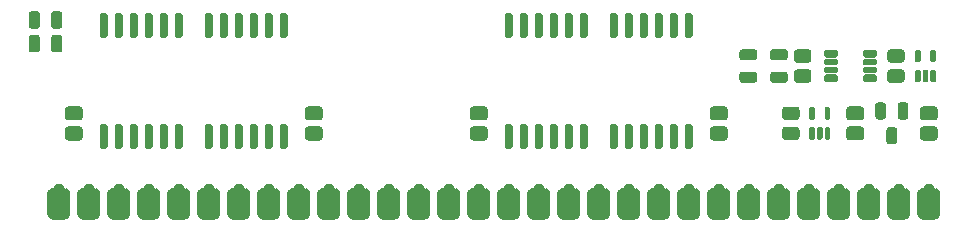
<source format=gts>
G04 #@! TF.GenerationSoftware,KiCad,Pcbnew,(5.1.10-1-10_14)*
G04 #@! TF.CreationDate,2021-07-28T15:38:19-04:00*
G04 #@! TF.ProjectId,GW4194-SOP,47573431-3934-42d5-934f-502e6b696361,1.0-SOP*
G04 #@! TF.SameCoordinates,Original*
G04 #@! TF.FileFunction,Soldermask,Top*
G04 #@! TF.FilePolarity,Negative*
%FSLAX46Y46*%
G04 Gerber Fmt 4.6, Leading zero omitted, Abs format (unit mm)*
G04 Created by KiCad (PCBNEW (5.1.10-1-10_14)) date 2021-07-28 15:38:19*
%MOMM*%
%LPD*%
G01*
G04 APERTURE LIST*
%ADD10C,0.952400*%
%ADD11C,0.100000*%
G04 APERTURE END LIST*
G36*
G01*
X151888700Y-87518150D02*
X151888700Y-87181850D01*
G75*
G02*
X152056850Y-87013700I168150J0D01*
G01*
X152943150Y-87013700D01*
G75*
G02*
X153111300Y-87181850I0J-168150D01*
G01*
X153111300Y-87518150D01*
G75*
G02*
X152943150Y-87686300I-168150J0D01*
G01*
X152056850Y-87686300D01*
G75*
G02*
X151888700Y-87518150I0J168150D01*
G01*
G37*
G36*
G01*
X151888700Y-88205650D02*
X151888700Y-87944350D01*
G75*
G02*
X152019350Y-87813700I130650J0D01*
G01*
X152980650Y-87813700D01*
G75*
G02*
X153111300Y-87944350I0J-130650D01*
G01*
X153111300Y-88205650D01*
G75*
G02*
X152980650Y-88336300I-130650J0D01*
G01*
X152019350Y-88336300D01*
G75*
G02*
X151888700Y-88205650I0J130650D01*
G01*
G37*
G36*
G01*
X151888700Y-88855650D02*
X151888700Y-88594350D01*
G75*
G02*
X152019350Y-88463700I130650J0D01*
G01*
X152980650Y-88463700D01*
G75*
G02*
X153111300Y-88594350I0J-130650D01*
G01*
X153111300Y-88855650D01*
G75*
G02*
X152980650Y-88986300I-130650J0D01*
G01*
X152019350Y-88986300D01*
G75*
G02*
X151888700Y-88855650I0J130650D01*
G01*
G37*
G36*
G01*
X151888700Y-89618150D02*
X151888700Y-89281850D01*
G75*
G02*
X152056850Y-89113700I168150J0D01*
G01*
X152943150Y-89113700D01*
G75*
G02*
X153111300Y-89281850I0J-168150D01*
G01*
X153111300Y-89618150D01*
G75*
G02*
X152943150Y-89786300I-168150J0D01*
G01*
X152056850Y-89786300D01*
G75*
G02*
X151888700Y-89618150I0J168150D01*
G01*
G37*
G36*
G01*
X148588700Y-89618150D02*
X148588700Y-89281850D01*
G75*
G02*
X148756850Y-89113700I168150J0D01*
G01*
X149643150Y-89113700D01*
G75*
G02*
X149811300Y-89281850I0J-168150D01*
G01*
X149811300Y-89618150D01*
G75*
G02*
X149643150Y-89786300I-168150J0D01*
G01*
X148756850Y-89786300D01*
G75*
G02*
X148588700Y-89618150I0J168150D01*
G01*
G37*
G36*
G01*
X148588700Y-88843150D02*
X148588700Y-88606850D01*
G75*
G02*
X148706850Y-88488700I118150J0D01*
G01*
X149693150Y-88488700D01*
G75*
G02*
X149811300Y-88606850I0J-118150D01*
G01*
X149811300Y-88843150D01*
G75*
G02*
X149693150Y-88961300I-118150J0D01*
G01*
X148706850Y-88961300D01*
G75*
G02*
X148588700Y-88843150I0J118150D01*
G01*
G37*
G36*
G01*
X148588700Y-88193150D02*
X148588700Y-87956850D01*
G75*
G02*
X148706850Y-87838700I118150J0D01*
G01*
X149693150Y-87838700D01*
G75*
G02*
X149811300Y-87956850I0J-118150D01*
G01*
X149811300Y-88193150D01*
G75*
G02*
X149693150Y-88311300I-118150J0D01*
G01*
X148706850Y-88311300D01*
G75*
G02*
X148588700Y-88193150I0J118150D01*
G01*
G37*
G36*
G01*
X148588700Y-87518150D02*
X148588700Y-87181850D01*
G75*
G02*
X148756850Y-87013700I168150J0D01*
G01*
X149643150Y-87013700D01*
G75*
G02*
X149811300Y-87181850I0J-168150D01*
G01*
X149811300Y-87518150D01*
G75*
G02*
X149643150Y-87686300I-168150J0D01*
G01*
X148756850Y-87686300D01*
G75*
G02*
X148588700Y-87518150I0J168150D01*
G01*
G37*
G36*
G01*
X82854800Y-100939600D02*
X82854800Y-99212400D01*
G75*
G02*
X83337400Y-98729800I482600J0D01*
G01*
X84302600Y-98729800D01*
G75*
G02*
X84785200Y-99212400I0J-482600D01*
G01*
X84785200Y-100939600D01*
G75*
G02*
X84302600Y-101422200I-482600J0D01*
G01*
X83337400Y-101422200D01*
G75*
G02*
X82854800Y-100939600I0J482600D01*
G01*
G37*
G36*
G01*
X85394800Y-100939600D02*
X85394800Y-99212400D01*
G75*
G02*
X85877400Y-98729800I482600J0D01*
G01*
X86842600Y-98729800D01*
G75*
G02*
X87325200Y-99212400I0J-482600D01*
G01*
X87325200Y-100939600D01*
G75*
G02*
X86842600Y-101422200I-482600J0D01*
G01*
X85877400Y-101422200D01*
G75*
G02*
X85394800Y-100939600I0J482600D01*
G01*
G37*
D10*
X88900000Y-98806000D03*
G36*
G01*
X108254800Y-100939600D02*
X108254800Y-99212400D01*
G75*
G02*
X108737400Y-98729800I482600J0D01*
G01*
X109702600Y-98729800D01*
G75*
G02*
X110185200Y-99212400I0J-482600D01*
G01*
X110185200Y-100939600D01*
G75*
G02*
X109702600Y-101422200I-482600J0D01*
G01*
X108737400Y-101422200D01*
G75*
G02*
X108254800Y-100939600I0J482600D01*
G01*
G37*
G36*
G01*
X93014800Y-100939600D02*
X93014800Y-99212400D01*
G75*
G02*
X93497400Y-98729800I482600J0D01*
G01*
X94462600Y-98729800D01*
G75*
G02*
X94945200Y-99212400I0J-482600D01*
G01*
X94945200Y-100939600D01*
G75*
G02*
X94462600Y-101422200I-482600J0D01*
G01*
X93497400Y-101422200D01*
G75*
G02*
X93014800Y-100939600I0J482600D01*
G01*
G37*
G36*
G01*
X110794800Y-100939600D02*
X110794800Y-99212400D01*
G75*
G02*
X111277400Y-98729800I482600J0D01*
G01*
X112242600Y-98729800D01*
G75*
G02*
X112725200Y-99212400I0J-482600D01*
G01*
X112725200Y-100939600D01*
G75*
G02*
X112242600Y-101422200I-482600J0D01*
G01*
X111277400Y-101422200D01*
G75*
G02*
X110794800Y-100939600I0J482600D01*
G01*
G37*
G36*
G01*
X146354800Y-100939600D02*
X146354800Y-99212400D01*
G75*
G02*
X146837400Y-98729800I482600J0D01*
G01*
X147802600Y-98729800D01*
G75*
G02*
X148285200Y-99212400I0J-482600D01*
G01*
X148285200Y-100939600D01*
G75*
G02*
X147802600Y-101422200I-482600J0D01*
G01*
X146837400Y-101422200D01*
G75*
G02*
X146354800Y-100939600I0J482600D01*
G01*
G37*
G36*
G01*
X113334800Y-100939600D02*
X113334800Y-99212400D01*
G75*
G02*
X113817400Y-98729800I482600J0D01*
G01*
X114782600Y-98729800D01*
G75*
G02*
X115265200Y-99212400I0J-482600D01*
G01*
X115265200Y-100939600D01*
G75*
G02*
X114782600Y-101422200I-482600J0D01*
G01*
X113817400Y-101422200D01*
G75*
G02*
X113334800Y-100939600I0J482600D01*
G01*
G37*
G36*
G01*
X115874800Y-100939600D02*
X115874800Y-99212400D01*
G75*
G02*
X116357400Y-98729800I482600J0D01*
G01*
X117322600Y-98729800D01*
G75*
G02*
X117805200Y-99212400I0J-482600D01*
G01*
X117805200Y-100939600D01*
G75*
G02*
X117322600Y-101422200I-482600J0D01*
G01*
X116357400Y-101422200D01*
G75*
G02*
X115874800Y-100939600I0J482600D01*
G01*
G37*
G36*
G01*
X90474800Y-100939600D02*
X90474800Y-99212400D01*
G75*
G02*
X90957400Y-98729800I482600J0D01*
G01*
X91922600Y-98729800D01*
G75*
G02*
X92405200Y-99212400I0J-482600D01*
G01*
X92405200Y-100939600D01*
G75*
G02*
X91922600Y-101422200I-482600J0D01*
G01*
X90957400Y-101422200D01*
G75*
G02*
X90474800Y-100939600I0J482600D01*
G01*
G37*
G36*
G01*
X153974800Y-100939600D02*
X153974800Y-99212400D01*
G75*
G02*
X154457400Y-98729800I482600J0D01*
G01*
X155422600Y-98729800D01*
G75*
G02*
X155905200Y-99212400I0J-482600D01*
G01*
X155905200Y-100939600D01*
G75*
G02*
X155422600Y-101422200I-482600J0D01*
G01*
X154457400Y-101422200D01*
G75*
G02*
X153974800Y-100939600I0J482600D01*
G01*
G37*
G36*
G01*
X87934800Y-100939600D02*
X87934800Y-99212400D01*
G75*
G02*
X88417400Y-98729800I482600J0D01*
G01*
X89382600Y-98729800D01*
G75*
G02*
X89865200Y-99212400I0J-482600D01*
G01*
X89865200Y-100939600D01*
G75*
G02*
X89382600Y-101422200I-482600J0D01*
G01*
X88417400Y-101422200D01*
G75*
G02*
X87934800Y-100939600I0J482600D01*
G01*
G37*
G36*
G01*
X141274800Y-100939600D02*
X141274800Y-99212400D01*
G75*
G02*
X141757400Y-98729800I482600J0D01*
G01*
X142722600Y-98729800D01*
G75*
G02*
X143205200Y-99212400I0J-482600D01*
G01*
X143205200Y-100939600D01*
G75*
G02*
X142722600Y-101422200I-482600J0D01*
G01*
X141757400Y-101422200D01*
G75*
G02*
X141274800Y-100939600I0J482600D01*
G01*
G37*
G36*
G01*
X120954800Y-100939600D02*
X120954800Y-99212400D01*
G75*
G02*
X121437400Y-98729800I482600J0D01*
G01*
X122402600Y-98729800D01*
G75*
G02*
X122885200Y-99212400I0J-482600D01*
G01*
X122885200Y-100939600D01*
G75*
G02*
X122402600Y-101422200I-482600J0D01*
G01*
X121437400Y-101422200D01*
G75*
G02*
X120954800Y-100939600I0J482600D01*
G01*
G37*
G36*
G01*
X131114800Y-100939600D02*
X131114800Y-99212400D01*
G75*
G02*
X131597400Y-98729800I482600J0D01*
G01*
X132562600Y-98729800D01*
G75*
G02*
X133045200Y-99212400I0J-482600D01*
G01*
X133045200Y-100939600D01*
G75*
G02*
X132562600Y-101422200I-482600J0D01*
G01*
X131597400Y-101422200D01*
G75*
G02*
X131114800Y-100939600I0J482600D01*
G01*
G37*
G36*
G01*
X138734800Y-100939600D02*
X138734800Y-99212400D01*
G75*
G02*
X139217400Y-98729800I482600J0D01*
G01*
X140182600Y-98729800D01*
G75*
G02*
X140665200Y-99212400I0J-482600D01*
G01*
X140665200Y-100939600D01*
G75*
G02*
X140182600Y-101422200I-482600J0D01*
G01*
X139217400Y-101422200D01*
G75*
G02*
X138734800Y-100939600I0J482600D01*
G01*
G37*
G36*
G01*
X103174800Y-100939600D02*
X103174800Y-99212400D01*
G75*
G02*
X103657400Y-98729800I482600J0D01*
G01*
X104622600Y-98729800D01*
G75*
G02*
X105105200Y-99212400I0J-482600D01*
G01*
X105105200Y-100939600D01*
G75*
G02*
X104622600Y-101422200I-482600J0D01*
G01*
X103657400Y-101422200D01*
G75*
G02*
X103174800Y-100939600I0J482600D01*
G01*
G37*
G36*
G01*
X126034800Y-100939600D02*
X126034800Y-99212400D01*
G75*
G02*
X126517400Y-98729800I482600J0D01*
G01*
X127482600Y-98729800D01*
G75*
G02*
X127965200Y-99212400I0J-482600D01*
G01*
X127965200Y-100939600D01*
G75*
G02*
X127482600Y-101422200I-482600J0D01*
G01*
X126517400Y-101422200D01*
G75*
G02*
X126034800Y-100939600I0J482600D01*
G01*
G37*
G36*
G01*
X133654800Y-100939600D02*
X133654800Y-99212400D01*
G75*
G02*
X134137400Y-98729800I482600J0D01*
G01*
X135102600Y-98729800D01*
G75*
G02*
X135585200Y-99212400I0J-482600D01*
G01*
X135585200Y-100939600D01*
G75*
G02*
X135102600Y-101422200I-482600J0D01*
G01*
X134137400Y-101422200D01*
G75*
G02*
X133654800Y-100939600I0J482600D01*
G01*
G37*
G36*
G01*
X128574800Y-100939600D02*
X128574800Y-99212400D01*
G75*
G02*
X129057400Y-98729800I482600J0D01*
G01*
X130022600Y-98729800D01*
G75*
G02*
X130505200Y-99212400I0J-482600D01*
G01*
X130505200Y-100939600D01*
G75*
G02*
X130022600Y-101422200I-482600J0D01*
G01*
X129057400Y-101422200D01*
G75*
G02*
X128574800Y-100939600I0J482600D01*
G01*
G37*
G36*
G01*
X105714800Y-100939600D02*
X105714800Y-99212400D01*
G75*
G02*
X106197400Y-98729800I482600J0D01*
G01*
X107162600Y-98729800D01*
G75*
G02*
X107645200Y-99212400I0J-482600D01*
G01*
X107645200Y-100939600D01*
G75*
G02*
X107162600Y-101422200I-482600J0D01*
G01*
X106197400Y-101422200D01*
G75*
G02*
X105714800Y-100939600I0J482600D01*
G01*
G37*
G36*
G01*
X136194800Y-100939600D02*
X136194800Y-99212400D01*
G75*
G02*
X136677400Y-98729800I482600J0D01*
G01*
X137642600Y-98729800D01*
G75*
G02*
X138125200Y-99212400I0J-482600D01*
G01*
X138125200Y-100939600D01*
G75*
G02*
X137642600Y-101422200I-482600J0D01*
G01*
X136677400Y-101422200D01*
G75*
G02*
X136194800Y-100939600I0J482600D01*
G01*
G37*
G36*
G01*
X95554800Y-100939600D02*
X95554800Y-99212400D01*
G75*
G02*
X96037400Y-98729800I482600J0D01*
G01*
X97002600Y-98729800D01*
G75*
G02*
X97485200Y-99212400I0J-482600D01*
G01*
X97485200Y-100939600D01*
G75*
G02*
X97002600Y-101422200I-482600J0D01*
G01*
X96037400Y-101422200D01*
G75*
G02*
X95554800Y-100939600I0J482600D01*
G01*
G37*
G36*
G01*
X123494800Y-100939600D02*
X123494800Y-99212400D01*
G75*
G02*
X123977400Y-98729800I482600J0D01*
G01*
X124942600Y-98729800D01*
G75*
G02*
X125425200Y-99212400I0J-482600D01*
G01*
X125425200Y-100939600D01*
G75*
G02*
X124942600Y-101422200I-482600J0D01*
G01*
X123977400Y-101422200D01*
G75*
G02*
X123494800Y-100939600I0J482600D01*
G01*
G37*
G36*
G01*
X98094800Y-100939600D02*
X98094800Y-99212400D01*
G75*
G02*
X98577400Y-98729800I482600J0D01*
G01*
X99542600Y-98729800D01*
G75*
G02*
X100025200Y-99212400I0J-482600D01*
G01*
X100025200Y-100939600D01*
G75*
G02*
X99542600Y-101422200I-482600J0D01*
G01*
X98577400Y-101422200D01*
G75*
G02*
X98094800Y-100939600I0J482600D01*
G01*
G37*
G36*
G01*
X100634800Y-100939600D02*
X100634800Y-99212400D01*
G75*
G02*
X101117400Y-98729800I482600J0D01*
G01*
X102082600Y-98729800D01*
G75*
G02*
X102565200Y-99212400I0J-482600D01*
G01*
X102565200Y-100939600D01*
G75*
G02*
X102082600Y-101422200I-482600J0D01*
G01*
X101117400Y-101422200D01*
G75*
G02*
X100634800Y-100939600I0J482600D01*
G01*
G37*
G36*
G01*
X148894800Y-100939600D02*
X148894800Y-99212400D01*
G75*
G02*
X149377400Y-98729800I482600J0D01*
G01*
X150342600Y-98729800D01*
G75*
G02*
X150825200Y-99212400I0J-482600D01*
G01*
X150825200Y-100939600D01*
G75*
G02*
X150342600Y-101422200I-482600J0D01*
G01*
X149377400Y-101422200D01*
G75*
G02*
X148894800Y-100939600I0J482600D01*
G01*
G37*
G36*
G01*
X151434800Y-100939600D02*
X151434800Y-99212400D01*
G75*
G02*
X151917400Y-98729800I482600J0D01*
G01*
X152882600Y-98729800D01*
G75*
G02*
X153365200Y-99212400I0J-482600D01*
G01*
X153365200Y-100939600D01*
G75*
G02*
X152882600Y-101422200I-482600J0D01*
G01*
X151917400Y-101422200D01*
G75*
G02*
X151434800Y-100939600I0J482600D01*
G01*
G37*
G36*
G01*
X156514800Y-100939600D02*
X156514800Y-99212400D01*
G75*
G02*
X156997400Y-98729800I482600J0D01*
G01*
X157962600Y-98729800D01*
G75*
G02*
X158445200Y-99212400I0J-482600D01*
G01*
X158445200Y-100939600D01*
G75*
G02*
X157962600Y-101422200I-482600J0D01*
G01*
X156997400Y-101422200D01*
G75*
G02*
X156514800Y-100939600I0J482600D01*
G01*
G37*
G36*
G01*
X118414800Y-100939600D02*
X118414800Y-99212400D01*
G75*
G02*
X118897400Y-98729800I482600J0D01*
G01*
X119862600Y-98729800D01*
G75*
G02*
X120345200Y-99212400I0J-482600D01*
G01*
X120345200Y-100939600D01*
G75*
G02*
X119862600Y-101422200I-482600J0D01*
G01*
X118897400Y-101422200D01*
G75*
G02*
X118414800Y-100939600I0J482600D01*
G01*
G37*
G36*
G01*
X143814800Y-100939600D02*
X143814800Y-99212400D01*
G75*
G02*
X144297400Y-98729800I482600J0D01*
G01*
X145262600Y-98729800D01*
G75*
G02*
X145745200Y-99212400I0J-482600D01*
G01*
X145745200Y-100939600D01*
G75*
G02*
X145262600Y-101422200I-482600J0D01*
G01*
X144297400Y-101422200D01*
G75*
G02*
X143814800Y-100939600I0J482600D01*
G01*
G37*
X86360000Y-98806000D03*
X83820000Y-98806000D03*
X93980000Y-98806000D03*
X91440000Y-98806000D03*
X96520000Y-98806000D03*
X99060000Y-98806000D03*
X104140000Y-98806000D03*
X101600000Y-98806000D03*
X109220000Y-98806000D03*
X106680000Y-98806000D03*
X111760000Y-98806000D03*
X116840000Y-98806000D03*
X114300000Y-98806000D03*
X119380000Y-98806000D03*
X124460000Y-98806000D03*
X121920000Y-98806000D03*
X127000000Y-98806000D03*
X149860000Y-98806000D03*
X147320000Y-98806000D03*
X152400000Y-98806000D03*
X134620000Y-98806000D03*
X132080000Y-98806000D03*
X137160000Y-98806000D03*
X142240000Y-98806000D03*
X139700000Y-98806000D03*
X144780000Y-98806000D03*
X129540000Y-98806000D03*
X154940000Y-98806000D03*
X157480000Y-98806000D03*
G36*
G01*
X142712500Y-87925000D02*
X141687500Y-87925000D01*
G75*
G02*
X141450000Y-87687500I0J237500D01*
G01*
X141450000Y-87212500D01*
G75*
G02*
X141687500Y-86975000I237500J0D01*
G01*
X142712500Y-86975000D01*
G75*
G02*
X142950000Y-87212500I0J-237500D01*
G01*
X142950000Y-87687500D01*
G75*
G02*
X142712500Y-87925000I-237500J0D01*
G01*
G37*
G36*
G01*
X142712500Y-89825000D02*
X141687500Y-89825000D01*
G75*
G02*
X141450000Y-89587500I0J237500D01*
G01*
X141450000Y-89112500D01*
G75*
G02*
X141687500Y-88875000I237500J0D01*
G01*
X142712500Y-88875000D01*
G75*
G02*
X142950000Y-89112500I0J-237500D01*
G01*
X142950000Y-89587500D01*
G75*
G02*
X142712500Y-89825000I-237500J0D01*
G01*
G37*
G36*
G01*
X145337500Y-93525000D02*
X146262500Y-93525000D01*
G75*
G02*
X146550000Y-93812500I0J-287500D01*
G01*
X146550000Y-94387500D01*
G75*
G02*
X146262500Y-94675000I-287500J0D01*
G01*
X145337500Y-94675000D01*
G75*
G02*
X145050000Y-94387500I0J287500D01*
G01*
X145050000Y-93812500D01*
G75*
G02*
X145337500Y-93525000I287500J0D01*
G01*
G37*
G36*
G01*
X145337500Y-91825000D02*
X146262500Y-91825000D01*
G75*
G02*
X146550000Y-92112500I0J-287500D01*
G01*
X146550000Y-92687500D01*
G75*
G02*
X146262500Y-92975000I-287500J0D01*
G01*
X145337500Y-92975000D01*
G75*
G02*
X145050000Y-92687500I0J287500D01*
G01*
X145050000Y-92112500D01*
G75*
G02*
X145337500Y-91825000I287500J0D01*
G01*
G37*
G36*
G01*
X150774400Y-91798800D02*
X151725600Y-91798800D01*
G75*
G02*
X152026200Y-92099400I0J-300600D01*
G01*
X152026200Y-92700600D01*
G75*
G02*
X151725600Y-93001200I-300600J0D01*
G01*
X150774400Y-93001200D01*
G75*
G02*
X150473800Y-92700600I0J300600D01*
G01*
X150473800Y-92099400D01*
G75*
G02*
X150774400Y-91798800I300600J0D01*
G01*
G37*
G36*
G01*
X150774400Y-93498800D02*
X151725600Y-93498800D01*
G75*
G02*
X152026200Y-93799400I0J-300600D01*
G01*
X152026200Y-94400600D01*
G75*
G02*
X151725600Y-94701200I-300600J0D01*
G01*
X150774400Y-94701200D01*
G75*
G02*
X150473800Y-94400600I0J300600D01*
G01*
X150473800Y-93799400D01*
G75*
G02*
X150774400Y-93498800I300600J0D01*
G01*
G37*
G36*
G01*
X85565600Y-94708200D02*
X84614400Y-94708200D01*
G75*
G02*
X84313800Y-94407600I0J300600D01*
G01*
X84313800Y-93806400D01*
G75*
G02*
X84614400Y-93505800I300600J0D01*
G01*
X85565600Y-93505800D01*
G75*
G02*
X85866200Y-93806400I0J-300600D01*
G01*
X85866200Y-94407600D01*
G75*
G02*
X85565600Y-94708200I-300600J0D01*
G01*
G37*
G36*
G01*
X85565600Y-93008200D02*
X84614400Y-93008200D01*
G75*
G02*
X84313800Y-92707600I0J300600D01*
G01*
X84313800Y-92106400D01*
G75*
G02*
X84614400Y-91805800I300600J0D01*
G01*
X85565600Y-91805800D01*
G75*
G02*
X85866200Y-92106400I0J-300600D01*
G01*
X85866200Y-92707600D01*
G75*
G02*
X85565600Y-93008200I-300600J0D01*
G01*
G37*
G36*
G01*
X105885600Y-93008200D02*
X104934400Y-93008200D01*
G75*
G02*
X104633800Y-92707600I0J300600D01*
G01*
X104633800Y-92106400D01*
G75*
G02*
X104934400Y-91805800I300600J0D01*
G01*
X105885600Y-91805800D01*
G75*
G02*
X106186200Y-92106400I0J-300600D01*
G01*
X106186200Y-92707600D01*
G75*
G02*
X105885600Y-93008200I-300600J0D01*
G01*
G37*
G36*
G01*
X105885600Y-94708200D02*
X104934400Y-94708200D01*
G75*
G02*
X104633800Y-94407600I0J300600D01*
G01*
X104633800Y-93806400D01*
G75*
G02*
X104934400Y-93505800I300600J0D01*
G01*
X105885600Y-93505800D01*
G75*
G02*
X106186200Y-93806400I0J-300600D01*
G01*
X106186200Y-94407600D01*
G75*
G02*
X105885600Y-94708200I-300600J0D01*
G01*
G37*
G36*
G01*
X119855600Y-94708200D02*
X118904400Y-94708200D01*
G75*
G02*
X118603800Y-94407600I0J300600D01*
G01*
X118603800Y-93806400D01*
G75*
G02*
X118904400Y-93505800I300600J0D01*
G01*
X119855600Y-93505800D01*
G75*
G02*
X120156200Y-93806400I0J-300600D01*
G01*
X120156200Y-94407600D01*
G75*
G02*
X119855600Y-94708200I-300600J0D01*
G01*
G37*
G36*
G01*
X119855600Y-93008200D02*
X118904400Y-93008200D01*
G75*
G02*
X118603800Y-92707600I0J300600D01*
G01*
X118603800Y-92106400D01*
G75*
G02*
X118904400Y-91805800I300600J0D01*
G01*
X119855600Y-91805800D01*
G75*
G02*
X120156200Y-92106400I0J-300600D01*
G01*
X120156200Y-92707600D01*
G75*
G02*
X119855600Y-93008200I-300600J0D01*
G01*
G37*
G36*
G01*
X157955600Y-94708200D02*
X157004400Y-94708200D01*
G75*
G02*
X156703800Y-94407600I0J300600D01*
G01*
X156703800Y-93806400D01*
G75*
G02*
X157004400Y-93505800I300600J0D01*
G01*
X157955600Y-93505800D01*
G75*
G02*
X158256200Y-93806400I0J-300600D01*
G01*
X158256200Y-94407600D01*
G75*
G02*
X157955600Y-94708200I-300600J0D01*
G01*
G37*
G36*
G01*
X157955600Y-93008200D02*
X157004400Y-93008200D01*
G75*
G02*
X156703800Y-92707600I0J300600D01*
G01*
X156703800Y-92106400D01*
G75*
G02*
X157004400Y-91805800I300600J0D01*
G01*
X157955600Y-91805800D01*
G75*
G02*
X158256200Y-92106400I0J-300600D01*
G01*
X158256200Y-92707600D01*
G75*
G02*
X157955600Y-93008200I-300600J0D01*
G01*
G37*
G36*
G01*
X140175600Y-94708200D02*
X139224400Y-94708200D01*
G75*
G02*
X138923800Y-94407600I0J300600D01*
G01*
X138923800Y-93806400D01*
G75*
G02*
X139224400Y-93505800I300600J0D01*
G01*
X140175600Y-93505800D01*
G75*
G02*
X140476200Y-93806400I0J-300600D01*
G01*
X140476200Y-94407600D01*
G75*
G02*
X140175600Y-94708200I-300600J0D01*
G01*
G37*
G36*
G01*
X140175600Y-93008200D02*
X139224400Y-93008200D01*
G75*
G02*
X138923800Y-92707600I0J300600D01*
G01*
X138923800Y-92106400D01*
G75*
G02*
X139224400Y-91805800I300600J0D01*
G01*
X140175600Y-91805800D01*
G75*
G02*
X140476200Y-92106400I0J-300600D01*
G01*
X140476200Y-92707600D01*
G75*
G02*
X140175600Y-93008200I-300600J0D01*
G01*
G37*
G36*
G01*
X82225000Y-85987500D02*
X82225000Y-87012500D01*
G75*
G02*
X81987500Y-87250000I-237500J0D01*
G01*
X81512500Y-87250000D01*
G75*
G02*
X81275000Y-87012500I0J237500D01*
G01*
X81275000Y-85987500D01*
G75*
G02*
X81512500Y-85750000I237500J0D01*
G01*
X81987500Y-85750000D01*
G75*
G02*
X82225000Y-85987500I0J-237500D01*
G01*
G37*
G36*
G01*
X84125000Y-85987500D02*
X84125000Y-87012500D01*
G75*
G02*
X83887500Y-87250000I-237500J0D01*
G01*
X83412500Y-87250000D01*
G75*
G02*
X83175000Y-87012500I0J237500D01*
G01*
X83175000Y-85987500D01*
G75*
G02*
X83412500Y-85750000I237500J0D01*
G01*
X83887500Y-85750000D01*
G75*
G02*
X84125000Y-85987500I0J-237500D01*
G01*
G37*
G36*
G01*
X81275000Y-85012500D02*
X81275000Y-83987500D01*
G75*
G02*
X81512500Y-83750000I237500J0D01*
G01*
X81987500Y-83750000D01*
G75*
G02*
X82225000Y-83987500I0J-237500D01*
G01*
X82225000Y-85012500D01*
G75*
G02*
X81987500Y-85250000I-237500J0D01*
G01*
X81512500Y-85250000D01*
G75*
G02*
X81275000Y-85012500I0J237500D01*
G01*
G37*
G36*
G01*
X83175000Y-85012500D02*
X83175000Y-83987500D01*
G75*
G02*
X83412500Y-83750000I237500J0D01*
G01*
X83887500Y-83750000D01*
G75*
G02*
X84125000Y-83987500I0J-237500D01*
G01*
X84125000Y-85012500D01*
G75*
G02*
X83887500Y-85250000I-237500J0D01*
G01*
X83412500Y-85250000D01*
G75*
G02*
X83175000Y-85012500I0J237500D01*
G01*
G37*
G36*
G01*
X154125000Y-93575000D02*
X154575000Y-93575000D01*
G75*
G02*
X154800000Y-93800000I0J-225000D01*
G01*
X154800000Y-94800000D01*
G75*
G02*
X154575000Y-95025000I-225000J0D01*
G01*
X154125000Y-95025000D01*
G75*
G02*
X153900000Y-94800000I0J225000D01*
G01*
X153900000Y-93800000D01*
G75*
G02*
X154125000Y-93575000I225000J0D01*
G01*
G37*
G36*
G01*
X153175000Y-91475000D02*
X153625000Y-91475000D01*
G75*
G02*
X153850000Y-91700000I0J-225000D01*
G01*
X153850000Y-92700000D01*
G75*
G02*
X153625000Y-92925000I-225000J0D01*
G01*
X153175000Y-92925000D01*
G75*
G02*
X152950000Y-92700000I0J225000D01*
G01*
X152950000Y-91700000D01*
G75*
G02*
X153175000Y-91475000I225000J0D01*
G01*
G37*
G36*
G01*
X155075000Y-91475000D02*
X155525000Y-91475000D01*
G75*
G02*
X155750000Y-91700000I0J-225000D01*
G01*
X155750000Y-92700000D01*
G75*
G02*
X155525000Y-92925000I-225000J0D01*
G01*
X155075000Y-92925000D01*
G75*
G02*
X154850000Y-92700000I0J225000D01*
G01*
X154850000Y-91700000D01*
G75*
G02*
X155075000Y-91475000I225000J0D01*
G01*
G37*
G36*
G01*
X154237500Y-86975000D02*
X155162500Y-86975000D01*
G75*
G02*
X155450000Y-87262500I0J-287500D01*
G01*
X155450000Y-87837500D01*
G75*
G02*
X155162500Y-88125000I-287500J0D01*
G01*
X154237500Y-88125000D01*
G75*
G02*
X153950000Y-87837500I0J287500D01*
G01*
X153950000Y-87262500D01*
G75*
G02*
X154237500Y-86975000I287500J0D01*
G01*
G37*
G36*
G01*
X154237500Y-88675000D02*
X155162500Y-88675000D01*
G75*
G02*
X155450000Y-88962500I0J-287500D01*
G01*
X155450000Y-89537500D01*
G75*
G02*
X155162500Y-89825000I-287500J0D01*
G01*
X154237500Y-89825000D01*
G75*
G02*
X153950000Y-89537500I0J287500D01*
G01*
X153950000Y-88962500D01*
G75*
G02*
X154237500Y-88675000I287500J0D01*
G01*
G37*
G36*
G01*
X146337500Y-88675000D02*
X147262500Y-88675000D01*
G75*
G02*
X147550000Y-88962500I0J-287500D01*
G01*
X147550000Y-89537500D01*
G75*
G02*
X147262500Y-89825000I-287500J0D01*
G01*
X146337500Y-89825000D01*
G75*
G02*
X146050000Y-89537500I0J287500D01*
G01*
X146050000Y-88962500D01*
G75*
G02*
X146337500Y-88675000I287500J0D01*
G01*
G37*
G36*
G01*
X146337500Y-86975000D02*
X147262500Y-86975000D01*
G75*
G02*
X147550000Y-87262500I0J-287500D01*
G01*
X147550000Y-87837500D01*
G75*
G02*
X147262500Y-88125000I-287500J0D01*
G01*
X146337500Y-88125000D01*
G75*
G02*
X146050000Y-87837500I0J287500D01*
G01*
X146050000Y-87262500D01*
G75*
G02*
X146337500Y-86975000I287500J0D01*
G01*
G37*
G36*
G01*
X147720000Y-92940000D02*
X147480000Y-92940000D01*
G75*
G02*
X147360000Y-92820000I0J120000D01*
G01*
X147360000Y-91980000D01*
G75*
G02*
X147480000Y-91860000I120000J0D01*
G01*
X147720000Y-91860000D01*
G75*
G02*
X147840000Y-91980000I0J-120000D01*
G01*
X147840000Y-92820000D01*
G75*
G02*
X147720000Y-92940000I-120000J0D01*
G01*
G37*
G36*
G01*
X149020000Y-92940000D02*
X148780000Y-92940000D01*
G75*
G02*
X148660000Y-92820000I0J120000D01*
G01*
X148660000Y-91980000D01*
G75*
G02*
X148780000Y-91860000I120000J0D01*
G01*
X149020000Y-91860000D01*
G75*
G02*
X149140000Y-91980000I0J-120000D01*
G01*
X149140000Y-92820000D01*
G75*
G02*
X149020000Y-92940000I-120000J0D01*
G01*
G37*
G36*
G01*
X148370000Y-94640000D02*
X148130000Y-94640000D01*
G75*
G02*
X148010000Y-94520000I0J120000D01*
G01*
X148010000Y-93680000D01*
G75*
G02*
X148130000Y-93560000I120000J0D01*
G01*
X148370000Y-93560000D01*
G75*
G02*
X148490000Y-93680000I0J-120000D01*
G01*
X148490000Y-94520000D01*
G75*
G02*
X148370000Y-94640000I-120000J0D01*
G01*
G37*
G36*
G01*
X147720000Y-94640000D02*
X147480000Y-94640000D01*
G75*
G02*
X147360000Y-94520000I0J120000D01*
G01*
X147360000Y-93680000D01*
G75*
G02*
X147480000Y-93560000I120000J0D01*
G01*
X147720000Y-93560000D01*
G75*
G02*
X147840000Y-93680000I0J-120000D01*
G01*
X147840000Y-94520000D01*
G75*
G02*
X147720000Y-94640000I-120000J0D01*
G01*
G37*
G36*
G01*
X149020000Y-94640000D02*
X148780000Y-94640000D01*
G75*
G02*
X148660000Y-94520000I0J120000D01*
G01*
X148660000Y-93680000D01*
G75*
G02*
X148780000Y-93560000I120000J0D01*
G01*
X149020000Y-93560000D01*
G75*
G02*
X149140000Y-93680000I0J-120000D01*
G01*
X149140000Y-94520000D01*
G75*
G02*
X149020000Y-94640000I-120000J0D01*
G01*
G37*
G36*
G01*
X157970000Y-89790000D02*
X157730000Y-89790000D01*
G75*
G02*
X157610000Y-89670000I0J120000D01*
G01*
X157610000Y-88830000D01*
G75*
G02*
X157730000Y-88710000I120000J0D01*
G01*
X157970000Y-88710000D01*
G75*
G02*
X158090000Y-88830000I0J-120000D01*
G01*
X158090000Y-89670000D01*
G75*
G02*
X157970000Y-89790000I-120000J0D01*
G01*
G37*
G36*
G01*
X156670000Y-89790000D02*
X156430000Y-89790000D01*
G75*
G02*
X156310000Y-89670000I0J120000D01*
G01*
X156310000Y-88830000D01*
G75*
G02*
X156430000Y-88710000I120000J0D01*
G01*
X156670000Y-88710000D01*
G75*
G02*
X156790000Y-88830000I0J-120000D01*
G01*
X156790000Y-89670000D01*
G75*
G02*
X156670000Y-89790000I-120000J0D01*
G01*
G37*
G36*
G01*
X157320000Y-89790000D02*
X157080000Y-89790000D01*
G75*
G02*
X156960000Y-89670000I0J120000D01*
G01*
X156960000Y-88830000D01*
G75*
G02*
X157080000Y-88710000I120000J0D01*
G01*
X157320000Y-88710000D01*
G75*
G02*
X157440000Y-88830000I0J-120000D01*
G01*
X157440000Y-89670000D01*
G75*
G02*
X157320000Y-89790000I-120000J0D01*
G01*
G37*
G36*
G01*
X157970000Y-88090000D02*
X157730000Y-88090000D01*
G75*
G02*
X157610000Y-87970000I0J120000D01*
G01*
X157610000Y-87130000D01*
G75*
G02*
X157730000Y-87010000I120000J0D01*
G01*
X157970000Y-87010000D01*
G75*
G02*
X158090000Y-87130000I0J-120000D01*
G01*
X158090000Y-87970000D01*
G75*
G02*
X157970000Y-88090000I-120000J0D01*
G01*
G37*
G36*
G01*
X156670000Y-88090000D02*
X156430000Y-88090000D01*
G75*
G02*
X156310000Y-87970000I0J120000D01*
G01*
X156310000Y-87130000D01*
G75*
G02*
X156430000Y-87010000I120000J0D01*
G01*
X156670000Y-87010000D01*
G75*
G02*
X156790000Y-87130000I0J-120000D01*
G01*
X156790000Y-87970000D01*
G75*
G02*
X156670000Y-88090000I-120000J0D01*
G01*
G37*
G36*
G01*
X144287500Y-86975000D02*
X145312500Y-86975000D01*
G75*
G02*
X145550000Y-87212500I0J-237500D01*
G01*
X145550000Y-87687500D01*
G75*
G02*
X145312500Y-87925000I-237500J0D01*
G01*
X144287500Y-87925000D01*
G75*
G02*
X144050000Y-87687500I0J237500D01*
G01*
X144050000Y-87212500D01*
G75*
G02*
X144287500Y-86975000I237500J0D01*
G01*
G37*
G36*
G01*
X144287500Y-88875000D02*
X145312500Y-88875000D01*
G75*
G02*
X145550000Y-89112500I0J-237500D01*
G01*
X145550000Y-89587500D01*
G75*
G02*
X145312500Y-89825000I-237500J0D01*
G01*
X144287500Y-89825000D01*
G75*
G02*
X144050000Y-89587500I0J237500D01*
G01*
X144050000Y-89112500D01*
G75*
G02*
X144287500Y-88875000I237500J0D01*
G01*
G37*
G36*
G01*
X122095000Y-95427000D02*
X121745000Y-95427000D01*
G75*
G02*
X121570000Y-95252000I0J175000D01*
G01*
X121570000Y-93470000D01*
G75*
G02*
X121745000Y-93295000I175000J0D01*
G01*
X122095000Y-93295000D01*
G75*
G02*
X122270000Y-93470000I0J-175000D01*
G01*
X122270000Y-95252000D01*
G75*
G02*
X122095000Y-95427000I-175000J0D01*
G01*
G37*
G36*
G01*
X123365000Y-95427000D02*
X123015000Y-95427000D01*
G75*
G02*
X122840000Y-95252000I0J175000D01*
G01*
X122840000Y-93470000D01*
G75*
G02*
X123015000Y-93295000I175000J0D01*
G01*
X123365000Y-93295000D01*
G75*
G02*
X123540000Y-93470000I0J-175000D01*
G01*
X123540000Y-95252000D01*
G75*
G02*
X123365000Y-95427000I-175000J0D01*
G01*
G37*
G36*
G01*
X124635000Y-95427000D02*
X124285000Y-95427000D01*
G75*
G02*
X124110000Y-95252000I0J175000D01*
G01*
X124110000Y-93470000D01*
G75*
G02*
X124285000Y-93295000I175000J0D01*
G01*
X124635000Y-93295000D01*
G75*
G02*
X124810000Y-93470000I0J-175000D01*
G01*
X124810000Y-95252000D01*
G75*
G02*
X124635000Y-95427000I-175000J0D01*
G01*
G37*
G36*
G01*
X125905000Y-95427000D02*
X125555000Y-95427000D01*
G75*
G02*
X125380000Y-95252000I0J175000D01*
G01*
X125380000Y-93470000D01*
G75*
G02*
X125555000Y-93295000I175000J0D01*
G01*
X125905000Y-93295000D01*
G75*
G02*
X126080000Y-93470000I0J-175000D01*
G01*
X126080000Y-95252000D01*
G75*
G02*
X125905000Y-95427000I-175000J0D01*
G01*
G37*
G36*
G01*
X127175000Y-95427000D02*
X126825000Y-95427000D01*
G75*
G02*
X126650000Y-95252000I0J175000D01*
G01*
X126650000Y-93470000D01*
G75*
G02*
X126825000Y-93295000I175000J0D01*
G01*
X127175000Y-93295000D01*
G75*
G02*
X127350000Y-93470000I0J-175000D01*
G01*
X127350000Y-95252000D01*
G75*
G02*
X127175000Y-95427000I-175000J0D01*
G01*
G37*
G36*
G01*
X128445000Y-95427000D02*
X128095000Y-95427000D01*
G75*
G02*
X127920000Y-95252000I0J175000D01*
G01*
X127920000Y-93470000D01*
G75*
G02*
X128095000Y-93295000I175000J0D01*
G01*
X128445000Y-93295000D01*
G75*
G02*
X128620000Y-93470000I0J-175000D01*
G01*
X128620000Y-95252000D01*
G75*
G02*
X128445000Y-95427000I-175000J0D01*
G01*
G37*
G36*
G01*
X130985000Y-95427000D02*
X130635000Y-95427000D01*
G75*
G02*
X130460000Y-95252000I0J175000D01*
G01*
X130460000Y-93470000D01*
G75*
G02*
X130635000Y-93295000I175000J0D01*
G01*
X130985000Y-93295000D01*
G75*
G02*
X131160000Y-93470000I0J-175000D01*
G01*
X131160000Y-95252000D01*
G75*
G02*
X130985000Y-95427000I-175000J0D01*
G01*
G37*
G36*
G01*
X132255000Y-95427000D02*
X131905000Y-95427000D01*
G75*
G02*
X131730000Y-95252000I0J175000D01*
G01*
X131730000Y-93470000D01*
G75*
G02*
X131905000Y-93295000I175000J0D01*
G01*
X132255000Y-93295000D01*
G75*
G02*
X132430000Y-93470000I0J-175000D01*
G01*
X132430000Y-95252000D01*
G75*
G02*
X132255000Y-95427000I-175000J0D01*
G01*
G37*
G36*
G01*
X133525000Y-95427000D02*
X133175000Y-95427000D01*
G75*
G02*
X133000000Y-95252000I0J175000D01*
G01*
X133000000Y-93470000D01*
G75*
G02*
X133175000Y-93295000I175000J0D01*
G01*
X133525000Y-93295000D01*
G75*
G02*
X133700000Y-93470000I0J-175000D01*
G01*
X133700000Y-95252000D01*
G75*
G02*
X133525000Y-95427000I-175000J0D01*
G01*
G37*
G36*
G01*
X134795000Y-95427000D02*
X134445000Y-95427000D01*
G75*
G02*
X134270000Y-95252000I0J175000D01*
G01*
X134270000Y-93470000D01*
G75*
G02*
X134445000Y-93295000I175000J0D01*
G01*
X134795000Y-93295000D01*
G75*
G02*
X134970000Y-93470000I0J-175000D01*
G01*
X134970000Y-95252000D01*
G75*
G02*
X134795000Y-95427000I-175000J0D01*
G01*
G37*
G36*
G01*
X136065000Y-95427000D02*
X135715000Y-95427000D01*
G75*
G02*
X135540000Y-95252000I0J175000D01*
G01*
X135540000Y-93470000D01*
G75*
G02*
X135715000Y-93295000I175000J0D01*
G01*
X136065000Y-93295000D01*
G75*
G02*
X136240000Y-93470000I0J-175000D01*
G01*
X136240000Y-95252000D01*
G75*
G02*
X136065000Y-95427000I-175000J0D01*
G01*
G37*
G36*
G01*
X137335000Y-95427000D02*
X136985000Y-95427000D01*
G75*
G02*
X136810000Y-95252000I0J175000D01*
G01*
X136810000Y-93470000D01*
G75*
G02*
X136985000Y-93295000I175000J0D01*
G01*
X137335000Y-93295000D01*
G75*
G02*
X137510000Y-93470000I0J-175000D01*
G01*
X137510000Y-95252000D01*
G75*
G02*
X137335000Y-95427000I-175000J0D01*
G01*
G37*
G36*
G01*
X137335000Y-86029000D02*
X136985000Y-86029000D01*
G75*
G02*
X136810000Y-85854000I0J175000D01*
G01*
X136810000Y-84072000D01*
G75*
G02*
X136985000Y-83897000I175000J0D01*
G01*
X137335000Y-83897000D01*
G75*
G02*
X137510000Y-84072000I0J-175000D01*
G01*
X137510000Y-85854000D01*
G75*
G02*
X137335000Y-86029000I-175000J0D01*
G01*
G37*
G36*
G01*
X136065000Y-86029000D02*
X135715000Y-86029000D01*
G75*
G02*
X135540000Y-85854000I0J175000D01*
G01*
X135540000Y-84072000D01*
G75*
G02*
X135715000Y-83897000I175000J0D01*
G01*
X136065000Y-83897000D01*
G75*
G02*
X136240000Y-84072000I0J-175000D01*
G01*
X136240000Y-85854000D01*
G75*
G02*
X136065000Y-86029000I-175000J0D01*
G01*
G37*
G36*
G01*
X134795000Y-86029000D02*
X134445000Y-86029000D01*
G75*
G02*
X134270000Y-85854000I0J175000D01*
G01*
X134270000Y-84072000D01*
G75*
G02*
X134445000Y-83897000I175000J0D01*
G01*
X134795000Y-83897000D01*
G75*
G02*
X134970000Y-84072000I0J-175000D01*
G01*
X134970000Y-85854000D01*
G75*
G02*
X134795000Y-86029000I-175000J0D01*
G01*
G37*
G36*
G01*
X133525000Y-86029000D02*
X133175000Y-86029000D01*
G75*
G02*
X133000000Y-85854000I0J175000D01*
G01*
X133000000Y-84072000D01*
G75*
G02*
X133175000Y-83897000I175000J0D01*
G01*
X133525000Y-83897000D01*
G75*
G02*
X133700000Y-84072000I0J-175000D01*
G01*
X133700000Y-85854000D01*
G75*
G02*
X133525000Y-86029000I-175000J0D01*
G01*
G37*
G36*
G01*
X132255000Y-86029000D02*
X131905000Y-86029000D01*
G75*
G02*
X131730000Y-85854000I0J175000D01*
G01*
X131730000Y-84072000D01*
G75*
G02*
X131905000Y-83897000I175000J0D01*
G01*
X132255000Y-83897000D01*
G75*
G02*
X132430000Y-84072000I0J-175000D01*
G01*
X132430000Y-85854000D01*
G75*
G02*
X132255000Y-86029000I-175000J0D01*
G01*
G37*
G36*
G01*
X130985000Y-86029000D02*
X130635000Y-86029000D01*
G75*
G02*
X130460000Y-85854000I0J175000D01*
G01*
X130460000Y-84072000D01*
G75*
G02*
X130635000Y-83897000I175000J0D01*
G01*
X130985000Y-83897000D01*
G75*
G02*
X131160000Y-84072000I0J-175000D01*
G01*
X131160000Y-85854000D01*
G75*
G02*
X130985000Y-86029000I-175000J0D01*
G01*
G37*
G36*
G01*
X128445000Y-86029000D02*
X128095000Y-86029000D01*
G75*
G02*
X127920000Y-85854000I0J175000D01*
G01*
X127920000Y-84072000D01*
G75*
G02*
X128095000Y-83897000I175000J0D01*
G01*
X128445000Y-83897000D01*
G75*
G02*
X128620000Y-84072000I0J-175000D01*
G01*
X128620000Y-85854000D01*
G75*
G02*
X128445000Y-86029000I-175000J0D01*
G01*
G37*
G36*
G01*
X127175000Y-86029000D02*
X126825000Y-86029000D01*
G75*
G02*
X126650000Y-85854000I0J175000D01*
G01*
X126650000Y-84072000D01*
G75*
G02*
X126825000Y-83897000I175000J0D01*
G01*
X127175000Y-83897000D01*
G75*
G02*
X127350000Y-84072000I0J-175000D01*
G01*
X127350000Y-85854000D01*
G75*
G02*
X127175000Y-86029000I-175000J0D01*
G01*
G37*
G36*
G01*
X125905000Y-86029000D02*
X125555000Y-86029000D01*
G75*
G02*
X125380000Y-85854000I0J175000D01*
G01*
X125380000Y-84072000D01*
G75*
G02*
X125555000Y-83897000I175000J0D01*
G01*
X125905000Y-83897000D01*
G75*
G02*
X126080000Y-84072000I0J-175000D01*
G01*
X126080000Y-85854000D01*
G75*
G02*
X125905000Y-86029000I-175000J0D01*
G01*
G37*
G36*
G01*
X124635000Y-86029000D02*
X124285000Y-86029000D01*
G75*
G02*
X124110000Y-85854000I0J175000D01*
G01*
X124110000Y-84072000D01*
G75*
G02*
X124285000Y-83897000I175000J0D01*
G01*
X124635000Y-83897000D01*
G75*
G02*
X124810000Y-84072000I0J-175000D01*
G01*
X124810000Y-85854000D01*
G75*
G02*
X124635000Y-86029000I-175000J0D01*
G01*
G37*
G36*
G01*
X123365000Y-86029000D02*
X123015000Y-86029000D01*
G75*
G02*
X122840000Y-85854000I0J175000D01*
G01*
X122840000Y-84072000D01*
G75*
G02*
X123015000Y-83897000I175000J0D01*
G01*
X123365000Y-83897000D01*
G75*
G02*
X123540000Y-84072000I0J-175000D01*
G01*
X123540000Y-85854000D01*
G75*
G02*
X123365000Y-86029000I-175000J0D01*
G01*
G37*
G36*
G01*
X122095000Y-86029000D02*
X121745000Y-86029000D01*
G75*
G02*
X121570000Y-85854000I0J175000D01*
G01*
X121570000Y-84072000D01*
G75*
G02*
X121745000Y-83897000I175000J0D01*
G01*
X122095000Y-83897000D01*
G75*
G02*
X122270000Y-84072000I0J-175000D01*
G01*
X122270000Y-85854000D01*
G75*
G02*
X122095000Y-86029000I-175000J0D01*
G01*
G37*
G36*
G01*
X87805000Y-86029000D02*
X87455000Y-86029000D01*
G75*
G02*
X87280000Y-85854000I0J175000D01*
G01*
X87280000Y-84072000D01*
G75*
G02*
X87455000Y-83897000I175000J0D01*
G01*
X87805000Y-83897000D01*
G75*
G02*
X87980000Y-84072000I0J-175000D01*
G01*
X87980000Y-85854000D01*
G75*
G02*
X87805000Y-86029000I-175000J0D01*
G01*
G37*
G36*
G01*
X89075000Y-86029000D02*
X88725000Y-86029000D01*
G75*
G02*
X88550000Y-85854000I0J175000D01*
G01*
X88550000Y-84072000D01*
G75*
G02*
X88725000Y-83897000I175000J0D01*
G01*
X89075000Y-83897000D01*
G75*
G02*
X89250000Y-84072000I0J-175000D01*
G01*
X89250000Y-85854000D01*
G75*
G02*
X89075000Y-86029000I-175000J0D01*
G01*
G37*
G36*
G01*
X90345000Y-86029000D02*
X89995000Y-86029000D01*
G75*
G02*
X89820000Y-85854000I0J175000D01*
G01*
X89820000Y-84072000D01*
G75*
G02*
X89995000Y-83897000I175000J0D01*
G01*
X90345000Y-83897000D01*
G75*
G02*
X90520000Y-84072000I0J-175000D01*
G01*
X90520000Y-85854000D01*
G75*
G02*
X90345000Y-86029000I-175000J0D01*
G01*
G37*
G36*
G01*
X91615000Y-86029000D02*
X91265000Y-86029000D01*
G75*
G02*
X91090000Y-85854000I0J175000D01*
G01*
X91090000Y-84072000D01*
G75*
G02*
X91265000Y-83897000I175000J0D01*
G01*
X91615000Y-83897000D01*
G75*
G02*
X91790000Y-84072000I0J-175000D01*
G01*
X91790000Y-85854000D01*
G75*
G02*
X91615000Y-86029000I-175000J0D01*
G01*
G37*
G36*
G01*
X92885000Y-86029000D02*
X92535000Y-86029000D01*
G75*
G02*
X92360000Y-85854000I0J175000D01*
G01*
X92360000Y-84072000D01*
G75*
G02*
X92535000Y-83897000I175000J0D01*
G01*
X92885000Y-83897000D01*
G75*
G02*
X93060000Y-84072000I0J-175000D01*
G01*
X93060000Y-85854000D01*
G75*
G02*
X92885000Y-86029000I-175000J0D01*
G01*
G37*
G36*
G01*
X94155000Y-86029000D02*
X93805000Y-86029000D01*
G75*
G02*
X93630000Y-85854000I0J175000D01*
G01*
X93630000Y-84072000D01*
G75*
G02*
X93805000Y-83897000I175000J0D01*
G01*
X94155000Y-83897000D01*
G75*
G02*
X94330000Y-84072000I0J-175000D01*
G01*
X94330000Y-85854000D01*
G75*
G02*
X94155000Y-86029000I-175000J0D01*
G01*
G37*
G36*
G01*
X96695000Y-86029000D02*
X96345000Y-86029000D01*
G75*
G02*
X96170000Y-85854000I0J175000D01*
G01*
X96170000Y-84072000D01*
G75*
G02*
X96345000Y-83897000I175000J0D01*
G01*
X96695000Y-83897000D01*
G75*
G02*
X96870000Y-84072000I0J-175000D01*
G01*
X96870000Y-85854000D01*
G75*
G02*
X96695000Y-86029000I-175000J0D01*
G01*
G37*
G36*
G01*
X97965000Y-86029000D02*
X97615000Y-86029000D01*
G75*
G02*
X97440000Y-85854000I0J175000D01*
G01*
X97440000Y-84072000D01*
G75*
G02*
X97615000Y-83897000I175000J0D01*
G01*
X97965000Y-83897000D01*
G75*
G02*
X98140000Y-84072000I0J-175000D01*
G01*
X98140000Y-85854000D01*
G75*
G02*
X97965000Y-86029000I-175000J0D01*
G01*
G37*
G36*
G01*
X99235000Y-86029000D02*
X98885000Y-86029000D01*
G75*
G02*
X98710000Y-85854000I0J175000D01*
G01*
X98710000Y-84072000D01*
G75*
G02*
X98885000Y-83897000I175000J0D01*
G01*
X99235000Y-83897000D01*
G75*
G02*
X99410000Y-84072000I0J-175000D01*
G01*
X99410000Y-85854000D01*
G75*
G02*
X99235000Y-86029000I-175000J0D01*
G01*
G37*
G36*
G01*
X100505000Y-86029000D02*
X100155000Y-86029000D01*
G75*
G02*
X99980000Y-85854000I0J175000D01*
G01*
X99980000Y-84072000D01*
G75*
G02*
X100155000Y-83897000I175000J0D01*
G01*
X100505000Y-83897000D01*
G75*
G02*
X100680000Y-84072000I0J-175000D01*
G01*
X100680000Y-85854000D01*
G75*
G02*
X100505000Y-86029000I-175000J0D01*
G01*
G37*
G36*
G01*
X101775000Y-86029000D02*
X101425000Y-86029000D01*
G75*
G02*
X101250000Y-85854000I0J175000D01*
G01*
X101250000Y-84072000D01*
G75*
G02*
X101425000Y-83897000I175000J0D01*
G01*
X101775000Y-83897000D01*
G75*
G02*
X101950000Y-84072000I0J-175000D01*
G01*
X101950000Y-85854000D01*
G75*
G02*
X101775000Y-86029000I-175000J0D01*
G01*
G37*
G36*
G01*
X103045000Y-86029000D02*
X102695000Y-86029000D01*
G75*
G02*
X102520000Y-85854000I0J175000D01*
G01*
X102520000Y-84072000D01*
G75*
G02*
X102695000Y-83897000I175000J0D01*
G01*
X103045000Y-83897000D01*
G75*
G02*
X103220000Y-84072000I0J-175000D01*
G01*
X103220000Y-85854000D01*
G75*
G02*
X103045000Y-86029000I-175000J0D01*
G01*
G37*
G36*
G01*
X103045000Y-95427000D02*
X102695000Y-95427000D01*
G75*
G02*
X102520000Y-95252000I0J175000D01*
G01*
X102520000Y-93470000D01*
G75*
G02*
X102695000Y-93295000I175000J0D01*
G01*
X103045000Y-93295000D01*
G75*
G02*
X103220000Y-93470000I0J-175000D01*
G01*
X103220000Y-95252000D01*
G75*
G02*
X103045000Y-95427000I-175000J0D01*
G01*
G37*
G36*
G01*
X101775000Y-95427000D02*
X101425000Y-95427000D01*
G75*
G02*
X101250000Y-95252000I0J175000D01*
G01*
X101250000Y-93470000D01*
G75*
G02*
X101425000Y-93295000I175000J0D01*
G01*
X101775000Y-93295000D01*
G75*
G02*
X101950000Y-93470000I0J-175000D01*
G01*
X101950000Y-95252000D01*
G75*
G02*
X101775000Y-95427000I-175000J0D01*
G01*
G37*
G36*
G01*
X100505000Y-95427000D02*
X100155000Y-95427000D01*
G75*
G02*
X99980000Y-95252000I0J175000D01*
G01*
X99980000Y-93470000D01*
G75*
G02*
X100155000Y-93295000I175000J0D01*
G01*
X100505000Y-93295000D01*
G75*
G02*
X100680000Y-93470000I0J-175000D01*
G01*
X100680000Y-95252000D01*
G75*
G02*
X100505000Y-95427000I-175000J0D01*
G01*
G37*
G36*
G01*
X99235000Y-95427000D02*
X98885000Y-95427000D01*
G75*
G02*
X98710000Y-95252000I0J175000D01*
G01*
X98710000Y-93470000D01*
G75*
G02*
X98885000Y-93295000I175000J0D01*
G01*
X99235000Y-93295000D01*
G75*
G02*
X99410000Y-93470000I0J-175000D01*
G01*
X99410000Y-95252000D01*
G75*
G02*
X99235000Y-95427000I-175000J0D01*
G01*
G37*
G36*
G01*
X97965000Y-95427000D02*
X97615000Y-95427000D01*
G75*
G02*
X97440000Y-95252000I0J175000D01*
G01*
X97440000Y-93470000D01*
G75*
G02*
X97615000Y-93295000I175000J0D01*
G01*
X97965000Y-93295000D01*
G75*
G02*
X98140000Y-93470000I0J-175000D01*
G01*
X98140000Y-95252000D01*
G75*
G02*
X97965000Y-95427000I-175000J0D01*
G01*
G37*
G36*
G01*
X96695000Y-95427000D02*
X96345000Y-95427000D01*
G75*
G02*
X96170000Y-95252000I0J175000D01*
G01*
X96170000Y-93470000D01*
G75*
G02*
X96345000Y-93295000I175000J0D01*
G01*
X96695000Y-93295000D01*
G75*
G02*
X96870000Y-93470000I0J-175000D01*
G01*
X96870000Y-95252000D01*
G75*
G02*
X96695000Y-95427000I-175000J0D01*
G01*
G37*
G36*
G01*
X94155000Y-95427000D02*
X93805000Y-95427000D01*
G75*
G02*
X93630000Y-95252000I0J175000D01*
G01*
X93630000Y-93470000D01*
G75*
G02*
X93805000Y-93295000I175000J0D01*
G01*
X94155000Y-93295000D01*
G75*
G02*
X94330000Y-93470000I0J-175000D01*
G01*
X94330000Y-95252000D01*
G75*
G02*
X94155000Y-95427000I-175000J0D01*
G01*
G37*
G36*
G01*
X92885000Y-95427000D02*
X92535000Y-95427000D01*
G75*
G02*
X92360000Y-95252000I0J175000D01*
G01*
X92360000Y-93470000D01*
G75*
G02*
X92535000Y-93295000I175000J0D01*
G01*
X92885000Y-93295000D01*
G75*
G02*
X93060000Y-93470000I0J-175000D01*
G01*
X93060000Y-95252000D01*
G75*
G02*
X92885000Y-95427000I-175000J0D01*
G01*
G37*
G36*
G01*
X91615000Y-95427000D02*
X91265000Y-95427000D01*
G75*
G02*
X91090000Y-95252000I0J175000D01*
G01*
X91090000Y-93470000D01*
G75*
G02*
X91265000Y-93295000I175000J0D01*
G01*
X91615000Y-93295000D01*
G75*
G02*
X91790000Y-93470000I0J-175000D01*
G01*
X91790000Y-95252000D01*
G75*
G02*
X91615000Y-95427000I-175000J0D01*
G01*
G37*
G36*
G01*
X90345000Y-95427000D02*
X89995000Y-95427000D01*
G75*
G02*
X89820000Y-95252000I0J175000D01*
G01*
X89820000Y-93470000D01*
G75*
G02*
X89995000Y-93295000I175000J0D01*
G01*
X90345000Y-93295000D01*
G75*
G02*
X90520000Y-93470000I0J-175000D01*
G01*
X90520000Y-95252000D01*
G75*
G02*
X90345000Y-95427000I-175000J0D01*
G01*
G37*
G36*
G01*
X89075000Y-95427000D02*
X88725000Y-95427000D01*
G75*
G02*
X88550000Y-95252000I0J175000D01*
G01*
X88550000Y-93470000D01*
G75*
G02*
X88725000Y-93295000I175000J0D01*
G01*
X89075000Y-93295000D01*
G75*
G02*
X89250000Y-93470000I0J-175000D01*
G01*
X89250000Y-95252000D01*
G75*
G02*
X89075000Y-95427000I-175000J0D01*
G01*
G37*
G36*
G01*
X87805000Y-95427000D02*
X87455000Y-95427000D01*
G75*
G02*
X87280000Y-95252000I0J175000D01*
G01*
X87280000Y-93470000D01*
G75*
G02*
X87455000Y-93295000I175000J0D01*
G01*
X87805000Y-93295000D01*
G75*
G02*
X87980000Y-93470000I0J-175000D01*
G01*
X87980000Y-95252000D01*
G75*
G02*
X87805000Y-95427000I-175000J0D01*
G01*
G37*
D11*
G36*
X134162407Y-98684071D02*
G01*
X134162782Y-98685678D01*
X134153928Y-98730190D01*
X134151966Y-98731800D01*
X134137494Y-98731800D01*
X134043644Y-98741043D01*
X133953486Y-98768393D01*
X133870398Y-98812804D01*
X133797571Y-98872571D01*
X133737804Y-98945398D01*
X133693393Y-99028486D01*
X133666043Y-99118644D01*
X133656790Y-99212596D01*
X133655625Y-99214222D01*
X133653635Y-99214026D01*
X133652800Y-99212400D01*
X133652800Y-99183767D01*
X133652810Y-99183571D01*
X133661774Y-99092560D01*
X133661850Y-99092175D01*
X133687489Y-99007651D01*
X133687639Y-99007289D01*
X133729274Y-98929397D01*
X133729492Y-98929071D01*
X133785521Y-98860798D01*
X133785798Y-98860521D01*
X133854071Y-98804492D01*
X133854397Y-98804274D01*
X133932289Y-98762639D01*
X133932651Y-98762489D01*
X134017174Y-98736850D01*
X134017559Y-98736774D01*
X134105979Y-98728065D01*
X134117907Y-98725693D01*
X134129042Y-98721080D01*
X134139065Y-98714383D01*
X134147587Y-98705861D01*
X134154284Y-98695838D01*
X134158972Y-98684523D01*
X134160559Y-98683305D01*
X134162407Y-98684071D01*
G37*
G36*
X136702407Y-98684071D02*
G01*
X136702782Y-98685678D01*
X136693928Y-98730190D01*
X136691966Y-98731800D01*
X136677494Y-98731800D01*
X136583644Y-98741043D01*
X136493486Y-98768393D01*
X136410398Y-98812804D01*
X136337571Y-98872571D01*
X136277804Y-98945398D01*
X136233393Y-99028486D01*
X136206043Y-99118644D01*
X136196790Y-99212596D01*
X136195625Y-99214222D01*
X136193635Y-99214026D01*
X136192800Y-99212400D01*
X136192800Y-99183767D01*
X136192810Y-99183571D01*
X136201774Y-99092560D01*
X136201850Y-99092175D01*
X136227489Y-99007651D01*
X136227639Y-99007289D01*
X136269274Y-98929397D01*
X136269492Y-98929071D01*
X136325521Y-98860798D01*
X136325798Y-98860521D01*
X136394071Y-98804492D01*
X136394397Y-98804274D01*
X136472289Y-98762639D01*
X136472651Y-98762489D01*
X136557174Y-98736850D01*
X136557559Y-98736774D01*
X136645979Y-98728065D01*
X136657907Y-98725693D01*
X136669042Y-98721080D01*
X136679065Y-98714383D01*
X136687587Y-98705861D01*
X136694284Y-98695838D01*
X136698972Y-98684523D01*
X136700559Y-98683305D01*
X136702407Y-98684071D01*
G37*
G36*
X131622407Y-98684071D02*
G01*
X131622782Y-98685678D01*
X131613928Y-98730190D01*
X131611966Y-98731800D01*
X131597494Y-98731800D01*
X131503644Y-98741043D01*
X131413486Y-98768393D01*
X131330398Y-98812804D01*
X131257571Y-98872571D01*
X131197804Y-98945398D01*
X131153393Y-99028486D01*
X131126043Y-99118644D01*
X131116790Y-99212596D01*
X131115625Y-99214222D01*
X131113635Y-99214026D01*
X131112800Y-99212400D01*
X131112800Y-99183767D01*
X131112810Y-99183571D01*
X131121774Y-99092560D01*
X131121850Y-99092175D01*
X131147489Y-99007651D01*
X131147639Y-99007289D01*
X131189274Y-98929397D01*
X131189492Y-98929071D01*
X131245521Y-98860798D01*
X131245798Y-98860521D01*
X131314071Y-98804492D01*
X131314397Y-98804274D01*
X131392289Y-98762639D01*
X131392651Y-98762489D01*
X131477174Y-98736850D01*
X131477559Y-98736774D01*
X131565979Y-98728065D01*
X131577907Y-98725693D01*
X131589042Y-98721080D01*
X131599065Y-98714383D01*
X131607587Y-98705861D01*
X131614284Y-98695838D01*
X131618972Y-98684523D01*
X131620559Y-98683305D01*
X131622407Y-98684071D01*
G37*
G36*
X129082407Y-98684071D02*
G01*
X129082782Y-98685678D01*
X129073928Y-98730190D01*
X129071966Y-98731800D01*
X129057494Y-98731800D01*
X128963644Y-98741043D01*
X128873486Y-98768393D01*
X128790398Y-98812804D01*
X128717571Y-98872571D01*
X128657804Y-98945398D01*
X128613393Y-99028486D01*
X128586043Y-99118644D01*
X128576790Y-99212596D01*
X128575625Y-99214222D01*
X128573635Y-99214026D01*
X128572800Y-99212400D01*
X128572800Y-99183767D01*
X128572810Y-99183571D01*
X128581774Y-99092560D01*
X128581850Y-99092175D01*
X128607489Y-99007651D01*
X128607639Y-99007289D01*
X128649274Y-98929397D01*
X128649492Y-98929071D01*
X128705521Y-98860798D01*
X128705798Y-98860521D01*
X128774071Y-98804492D01*
X128774397Y-98804274D01*
X128852289Y-98762639D01*
X128852651Y-98762489D01*
X128937174Y-98736850D01*
X128937559Y-98736774D01*
X129025979Y-98728065D01*
X129037907Y-98725693D01*
X129049042Y-98721080D01*
X129059065Y-98714383D01*
X129067587Y-98705861D01*
X129074284Y-98695838D01*
X129078972Y-98684523D01*
X129080559Y-98683305D01*
X129082407Y-98684071D01*
G37*
G36*
X157022407Y-98684071D02*
G01*
X157022782Y-98685678D01*
X157013928Y-98730190D01*
X157011966Y-98731800D01*
X156997494Y-98731800D01*
X156903644Y-98741043D01*
X156813486Y-98768393D01*
X156730398Y-98812804D01*
X156657571Y-98872571D01*
X156597804Y-98945398D01*
X156553393Y-99028486D01*
X156526043Y-99118644D01*
X156516790Y-99212596D01*
X156515625Y-99214222D01*
X156513635Y-99214026D01*
X156512800Y-99212400D01*
X156512800Y-99183767D01*
X156512810Y-99183571D01*
X156521774Y-99092560D01*
X156521850Y-99092175D01*
X156547489Y-99007651D01*
X156547639Y-99007289D01*
X156589274Y-98929397D01*
X156589492Y-98929071D01*
X156645521Y-98860798D01*
X156645798Y-98860521D01*
X156714071Y-98804492D01*
X156714397Y-98804274D01*
X156792289Y-98762639D01*
X156792651Y-98762489D01*
X156877174Y-98736850D01*
X156877559Y-98736774D01*
X156965979Y-98728065D01*
X156977907Y-98725693D01*
X156989042Y-98721080D01*
X156999065Y-98714383D01*
X157007587Y-98705861D01*
X157014284Y-98695838D01*
X157018972Y-98684523D01*
X157020559Y-98683305D01*
X157022407Y-98684071D01*
G37*
G36*
X126542407Y-98684071D02*
G01*
X126542782Y-98685678D01*
X126533928Y-98730190D01*
X126531966Y-98731800D01*
X126517494Y-98731800D01*
X126423644Y-98741043D01*
X126333486Y-98768393D01*
X126250398Y-98812804D01*
X126177571Y-98872571D01*
X126117804Y-98945398D01*
X126073393Y-99028486D01*
X126046043Y-99118644D01*
X126036790Y-99212596D01*
X126035625Y-99214222D01*
X126033635Y-99214026D01*
X126032800Y-99212400D01*
X126032800Y-99183767D01*
X126032810Y-99183571D01*
X126041774Y-99092560D01*
X126041850Y-99092175D01*
X126067489Y-99007651D01*
X126067639Y-99007289D01*
X126109274Y-98929397D01*
X126109492Y-98929071D01*
X126165521Y-98860798D01*
X126165798Y-98860521D01*
X126234071Y-98804492D01*
X126234397Y-98804274D01*
X126312289Y-98762639D01*
X126312651Y-98762489D01*
X126397174Y-98736850D01*
X126397559Y-98736774D01*
X126485979Y-98728065D01*
X126497907Y-98725693D01*
X126509042Y-98721080D01*
X126519065Y-98714383D01*
X126527587Y-98705861D01*
X126534284Y-98695838D01*
X126538972Y-98684523D01*
X126540559Y-98683305D01*
X126542407Y-98684071D01*
G37*
G36*
X139242407Y-98684071D02*
G01*
X139242782Y-98685678D01*
X139233928Y-98730190D01*
X139231966Y-98731800D01*
X139217494Y-98731800D01*
X139123644Y-98741043D01*
X139033486Y-98768393D01*
X138950398Y-98812804D01*
X138877571Y-98872571D01*
X138817804Y-98945398D01*
X138773393Y-99028486D01*
X138746043Y-99118644D01*
X138736790Y-99212596D01*
X138735625Y-99214222D01*
X138733635Y-99214026D01*
X138732800Y-99212400D01*
X138732800Y-99183767D01*
X138732810Y-99183571D01*
X138741774Y-99092560D01*
X138741850Y-99092175D01*
X138767489Y-99007651D01*
X138767639Y-99007289D01*
X138809274Y-98929397D01*
X138809492Y-98929071D01*
X138865521Y-98860798D01*
X138865798Y-98860521D01*
X138934071Y-98804492D01*
X138934397Y-98804274D01*
X139012289Y-98762639D01*
X139012651Y-98762489D01*
X139097174Y-98736850D01*
X139097559Y-98736774D01*
X139185979Y-98728065D01*
X139197907Y-98725693D01*
X139209042Y-98721080D01*
X139219065Y-98714383D01*
X139227587Y-98705861D01*
X139234284Y-98695838D01*
X139238972Y-98684523D01*
X139240559Y-98683305D01*
X139242407Y-98684071D01*
G37*
G36*
X124002407Y-98684071D02*
G01*
X124002782Y-98685678D01*
X123993928Y-98730190D01*
X123991966Y-98731800D01*
X123977494Y-98731800D01*
X123883644Y-98741043D01*
X123793486Y-98768393D01*
X123710398Y-98812804D01*
X123637571Y-98872571D01*
X123577804Y-98945398D01*
X123533393Y-99028486D01*
X123506043Y-99118644D01*
X123496790Y-99212596D01*
X123495625Y-99214222D01*
X123493635Y-99214026D01*
X123492800Y-99212400D01*
X123492800Y-99183767D01*
X123492810Y-99183571D01*
X123501774Y-99092560D01*
X123501850Y-99092175D01*
X123527489Y-99007651D01*
X123527639Y-99007289D01*
X123569274Y-98929397D01*
X123569492Y-98929071D01*
X123625521Y-98860798D01*
X123625798Y-98860521D01*
X123694071Y-98804492D01*
X123694397Y-98804274D01*
X123772289Y-98762639D01*
X123772651Y-98762489D01*
X123857174Y-98736850D01*
X123857559Y-98736774D01*
X123945979Y-98728065D01*
X123957907Y-98725693D01*
X123969042Y-98721080D01*
X123979065Y-98714383D01*
X123987587Y-98705861D01*
X123994284Y-98695838D01*
X123998972Y-98684523D01*
X124000559Y-98683305D01*
X124002407Y-98684071D01*
G37*
G36*
X154482407Y-98684071D02*
G01*
X154482782Y-98685678D01*
X154473928Y-98730190D01*
X154471966Y-98731800D01*
X154457494Y-98731800D01*
X154363644Y-98741043D01*
X154273486Y-98768393D01*
X154190398Y-98812804D01*
X154117571Y-98872571D01*
X154057804Y-98945398D01*
X154013393Y-99028486D01*
X153986043Y-99118644D01*
X153976790Y-99212596D01*
X153975625Y-99214222D01*
X153973635Y-99214026D01*
X153972800Y-99212400D01*
X153972800Y-99183767D01*
X153972810Y-99183571D01*
X153981774Y-99092560D01*
X153981850Y-99092175D01*
X154007489Y-99007651D01*
X154007639Y-99007289D01*
X154049274Y-98929397D01*
X154049492Y-98929071D01*
X154105521Y-98860798D01*
X154105798Y-98860521D01*
X154174071Y-98804492D01*
X154174397Y-98804274D01*
X154252289Y-98762639D01*
X154252651Y-98762489D01*
X154337174Y-98736850D01*
X154337559Y-98736774D01*
X154425979Y-98728065D01*
X154437907Y-98725693D01*
X154449042Y-98721080D01*
X154459065Y-98714383D01*
X154467587Y-98705861D01*
X154474284Y-98695838D01*
X154478972Y-98684523D01*
X154480559Y-98683305D01*
X154482407Y-98684071D01*
G37*
G36*
X121462407Y-98684071D02*
G01*
X121462782Y-98685678D01*
X121453928Y-98730190D01*
X121451966Y-98731800D01*
X121437494Y-98731800D01*
X121343644Y-98741043D01*
X121253486Y-98768393D01*
X121170398Y-98812804D01*
X121097571Y-98872571D01*
X121037804Y-98945398D01*
X120993393Y-99028486D01*
X120966043Y-99118644D01*
X120956790Y-99212596D01*
X120955625Y-99214222D01*
X120953635Y-99214026D01*
X120952800Y-99212400D01*
X120952800Y-99183767D01*
X120952810Y-99183571D01*
X120961774Y-99092560D01*
X120961850Y-99092175D01*
X120987489Y-99007651D01*
X120987639Y-99007289D01*
X121029274Y-98929397D01*
X121029492Y-98929071D01*
X121085521Y-98860798D01*
X121085798Y-98860521D01*
X121154071Y-98804492D01*
X121154397Y-98804274D01*
X121232289Y-98762639D01*
X121232651Y-98762489D01*
X121317174Y-98736850D01*
X121317559Y-98736774D01*
X121405979Y-98728065D01*
X121417907Y-98725693D01*
X121429042Y-98721080D01*
X121439065Y-98714383D01*
X121447587Y-98705861D01*
X121454284Y-98695838D01*
X121458972Y-98684523D01*
X121460559Y-98683305D01*
X121462407Y-98684071D01*
G37*
G36*
X118922407Y-98684071D02*
G01*
X118922782Y-98685678D01*
X118913928Y-98730190D01*
X118911966Y-98731800D01*
X118897494Y-98731800D01*
X118803644Y-98741043D01*
X118713486Y-98768393D01*
X118630398Y-98812804D01*
X118557571Y-98872571D01*
X118497804Y-98945398D01*
X118453393Y-99028486D01*
X118426043Y-99118644D01*
X118416790Y-99212596D01*
X118415625Y-99214222D01*
X118413635Y-99214026D01*
X118412800Y-99212400D01*
X118412800Y-99183767D01*
X118412810Y-99183571D01*
X118421774Y-99092560D01*
X118421850Y-99092175D01*
X118447489Y-99007651D01*
X118447639Y-99007289D01*
X118489274Y-98929397D01*
X118489492Y-98929071D01*
X118545521Y-98860798D01*
X118545798Y-98860521D01*
X118614071Y-98804492D01*
X118614397Y-98804274D01*
X118692289Y-98762639D01*
X118692651Y-98762489D01*
X118777174Y-98736850D01*
X118777559Y-98736774D01*
X118865979Y-98728065D01*
X118877907Y-98725693D01*
X118889042Y-98721080D01*
X118899065Y-98714383D01*
X118907587Y-98705861D01*
X118914284Y-98695838D01*
X118918972Y-98684523D01*
X118920559Y-98683305D01*
X118922407Y-98684071D01*
G37*
G36*
X141782407Y-98684071D02*
G01*
X141782782Y-98685678D01*
X141773928Y-98730190D01*
X141771966Y-98731800D01*
X141757494Y-98731800D01*
X141663644Y-98741043D01*
X141573486Y-98768393D01*
X141490398Y-98812804D01*
X141417571Y-98872571D01*
X141357804Y-98945398D01*
X141313393Y-99028486D01*
X141286043Y-99118644D01*
X141276790Y-99212596D01*
X141275625Y-99214222D01*
X141273635Y-99214026D01*
X141272800Y-99212400D01*
X141272800Y-99183767D01*
X141272810Y-99183571D01*
X141281774Y-99092560D01*
X141281850Y-99092175D01*
X141307489Y-99007651D01*
X141307639Y-99007289D01*
X141349274Y-98929397D01*
X141349492Y-98929071D01*
X141405521Y-98860798D01*
X141405798Y-98860521D01*
X141474071Y-98804492D01*
X141474397Y-98804274D01*
X141552289Y-98762639D01*
X141552651Y-98762489D01*
X141637174Y-98736850D01*
X141637559Y-98736774D01*
X141725979Y-98728065D01*
X141737907Y-98725693D01*
X141749042Y-98721080D01*
X141759065Y-98714383D01*
X141767587Y-98705861D01*
X141774284Y-98695838D01*
X141778972Y-98684523D01*
X141780559Y-98683305D01*
X141782407Y-98684071D01*
G37*
G36*
X116382407Y-98684071D02*
G01*
X116382782Y-98685678D01*
X116373928Y-98730190D01*
X116371966Y-98731800D01*
X116357494Y-98731800D01*
X116263644Y-98741043D01*
X116173486Y-98768393D01*
X116090398Y-98812804D01*
X116017571Y-98872571D01*
X115957804Y-98945398D01*
X115913393Y-99028486D01*
X115886043Y-99118644D01*
X115876790Y-99212596D01*
X115875625Y-99214222D01*
X115873635Y-99214026D01*
X115872800Y-99212400D01*
X115872800Y-99183767D01*
X115872810Y-99183571D01*
X115881774Y-99092560D01*
X115881850Y-99092175D01*
X115907489Y-99007651D01*
X115907639Y-99007289D01*
X115949274Y-98929397D01*
X115949492Y-98929071D01*
X116005521Y-98860798D01*
X116005798Y-98860521D01*
X116074071Y-98804492D01*
X116074397Y-98804274D01*
X116152289Y-98762639D01*
X116152651Y-98762489D01*
X116237174Y-98736850D01*
X116237559Y-98736774D01*
X116325979Y-98728065D01*
X116337907Y-98725693D01*
X116349042Y-98721080D01*
X116359065Y-98714383D01*
X116367587Y-98705861D01*
X116374284Y-98695838D01*
X116378972Y-98684523D01*
X116380559Y-98683305D01*
X116382407Y-98684071D01*
G37*
G36*
X113842407Y-98684071D02*
G01*
X113842782Y-98685678D01*
X113833928Y-98730190D01*
X113831966Y-98731800D01*
X113817494Y-98731800D01*
X113723644Y-98741043D01*
X113633486Y-98768393D01*
X113550398Y-98812804D01*
X113477571Y-98872571D01*
X113417804Y-98945398D01*
X113373393Y-99028486D01*
X113346043Y-99118644D01*
X113336790Y-99212596D01*
X113335625Y-99214222D01*
X113333635Y-99214026D01*
X113332800Y-99212400D01*
X113332800Y-99183767D01*
X113332810Y-99183571D01*
X113341774Y-99092560D01*
X113341850Y-99092175D01*
X113367489Y-99007651D01*
X113367639Y-99007289D01*
X113409274Y-98929397D01*
X113409492Y-98929071D01*
X113465521Y-98860798D01*
X113465798Y-98860521D01*
X113534071Y-98804492D01*
X113534397Y-98804274D01*
X113612289Y-98762639D01*
X113612651Y-98762489D01*
X113697174Y-98736850D01*
X113697559Y-98736774D01*
X113785979Y-98728065D01*
X113797907Y-98725693D01*
X113809042Y-98721080D01*
X113819065Y-98714383D01*
X113827587Y-98705861D01*
X113834284Y-98695838D01*
X113838972Y-98684523D01*
X113840559Y-98683305D01*
X113842407Y-98684071D01*
G37*
G36*
X111302407Y-98684071D02*
G01*
X111302782Y-98685678D01*
X111293928Y-98730190D01*
X111291966Y-98731800D01*
X111277494Y-98731800D01*
X111183644Y-98741043D01*
X111093486Y-98768393D01*
X111010398Y-98812804D01*
X110937571Y-98872571D01*
X110877804Y-98945398D01*
X110833393Y-99028486D01*
X110806043Y-99118644D01*
X110796790Y-99212596D01*
X110795625Y-99214222D01*
X110793635Y-99214026D01*
X110792800Y-99212400D01*
X110792800Y-99183767D01*
X110792810Y-99183571D01*
X110801774Y-99092560D01*
X110801850Y-99092175D01*
X110827489Y-99007651D01*
X110827639Y-99007289D01*
X110869274Y-98929397D01*
X110869492Y-98929071D01*
X110925521Y-98860798D01*
X110925798Y-98860521D01*
X110994071Y-98804492D01*
X110994397Y-98804274D01*
X111072289Y-98762639D01*
X111072651Y-98762489D01*
X111157174Y-98736850D01*
X111157559Y-98736774D01*
X111245979Y-98728065D01*
X111257907Y-98725693D01*
X111269042Y-98721080D01*
X111279065Y-98714383D01*
X111287587Y-98705861D01*
X111294284Y-98695838D01*
X111298972Y-98684523D01*
X111300559Y-98683305D01*
X111302407Y-98684071D01*
G37*
G36*
X144322407Y-98684071D02*
G01*
X144322782Y-98685678D01*
X144313928Y-98730190D01*
X144311966Y-98731800D01*
X144297494Y-98731800D01*
X144203644Y-98741043D01*
X144113486Y-98768393D01*
X144030398Y-98812804D01*
X143957571Y-98872571D01*
X143897804Y-98945398D01*
X143853393Y-99028486D01*
X143826043Y-99118644D01*
X143816790Y-99212596D01*
X143815625Y-99214222D01*
X143813635Y-99214026D01*
X143812800Y-99212400D01*
X143812800Y-99183767D01*
X143812810Y-99183571D01*
X143821774Y-99092560D01*
X143821850Y-99092175D01*
X143847489Y-99007651D01*
X143847639Y-99007289D01*
X143889274Y-98929397D01*
X143889492Y-98929071D01*
X143945521Y-98860798D01*
X143945798Y-98860521D01*
X144014071Y-98804492D01*
X144014397Y-98804274D01*
X144092289Y-98762639D01*
X144092651Y-98762489D01*
X144177174Y-98736850D01*
X144177559Y-98736774D01*
X144265979Y-98728065D01*
X144277907Y-98725693D01*
X144289042Y-98721080D01*
X144299065Y-98714383D01*
X144307587Y-98705861D01*
X144314284Y-98695838D01*
X144318972Y-98684523D01*
X144320559Y-98683305D01*
X144322407Y-98684071D01*
G37*
G36*
X83362407Y-98684071D02*
G01*
X83362782Y-98685678D01*
X83353928Y-98730190D01*
X83351966Y-98731800D01*
X83337494Y-98731800D01*
X83243644Y-98741043D01*
X83153486Y-98768393D01*
X83070398Y-98812804D01*
X82997571Y-98872571D01*
X82937804Y-98945398D01*
X82893393Y-99028486D01*
X82866043Y-99118644D01*
X82856790Y-99212596D01*
X82855625Y-99214222D01*
X82853635Y-99214026D01*
X82852800Y-99212400D01*
X82852800Y-99183767D01*
X82852810Y-99183571D01*
X82861774Y-99092560D01*
X82861850Y-99092175D01*
X82887489Y-99007651D01*
X82887639Y-99007289D01*
X82929274Y-98929397D01*
X82929492Y-98929071D01*
X82985521Y-98860798D01*
X82985798Y-98860521D01*
X83054071Y-98804492D01*
X83054397Y-98804274D01*
X83132289Y-98762639D01*
X83132651Y-98762489D01*
X83217174Y-98736850D01*
X83217559Y-98736774D01*
X83305979Y-98728065D01*
X83317907Y-98725693D01*
X83329042Y-98721080D01*
X83339065Y-98714383D01*
X83347587Y-98705861D01*
X83354284Y-98695838D01*
X83358972Y-98684523D01*
X83360559Y-98683305D01*
X83362407Y-98684071D01*
G37*
G36*
X108762407Y-98684071D02*
G01*
X108762782Y-98685678D01*
X108753928Y-98730190D01*
X108751966Y-98731800D01*
X108737494Y-98731800D01*
X108643644Y-98741043D01*
X108553486Y-98768393D01*
X108470398Y-98812804D01*
X108397571Y-98872571D01*
X108337804Y-98945398D01*
X108293393Y-99028486D01*
X108266043Y-99118644D01*
X108256790Y-99212596D01*
X108255625Y-99214222D01*
X108253635Y-99214026D01*
X108252800Y-99212400D01*
X108252800Y-99183767D01*
X108252810Y-99183571D01*
X108261774Y-99092560D01*
X108261850Y-99092175D01*
X108287489Y-99007651D01*
X108287639Y-99007289D01*
X108329274Y-98929397D01*
X108329492Y-98929071D01*
X108385521Y-98860798D01*
X108385798Y-98860521D01*
X108454071Y-98804492D01*
X108454397Y-98804274D01*
X108532289Y-98762639D01*
X108532651Y-98762489D01*
X108617174Y-98736850D01*
X108617559Y-98736774D01*
X108705979Y-98728065D01*
X108717907Y-98725693D01*
X108729042Y-98721080D01*
X108739065Y-98714383D01*
X108747587Y-98705861D01*
X108754284Y-98695838D01*
X108758972Y-98684523D01*
X108760559Y-98683305D01*
X108762407Y-98684071D01*
G37*
G36*
X106222407Y-98684071D02*
G01*
X106222782Y-98685678D01*
X106213928Y-98730190D01*
X106211966Y-98731800D01*
X106197494Y-98731800D01*
X106103644Y-98741043D01*
X106013486Y-98768393D01*
X105930398Y-98812804D01*
X105857571Y-98872571D01*
X105797804Y-98945398D01*
X105753393Y-99028486D01*
X105726043Y-99118644D01*
X105716790Y-99212596D01*
X105715625Y-99214222D01*
X105713635Y-99214026D01*
X105712800Y-99212400D01*
X105712800Y-99183767D01*
X105712810Y-99183571D01*
X105721774Y-99092560D01*
X105721850Y-99092175D01*
X105747489Y-99007651D01*
X105747639Y-99007289D01*
X105789274Y-98929397D01*
X105789492Y-98929071D01*
X105845521Y-98860798D01*
X105845798Y-98860521D01*
X105914071Y-98804492D01*
X105914397Y-98804274D01*
X105992289Y-98762639D01*
X105992651Y-98762489D01*
X106077174Y-98736850D01*
X106077559Y-98736774D01*
X106165979Y-98728065D01*
X106177907Y-98725693D01*
X106189042Y-98721080D01*
X106199065Y-98714383D01*
X106207587Y-98705861D01*
X106214284Y-98695838D01*
X106218972Y-98684523D01*
X106220559Y-98683305D01*
X106222407Y-98684071D01*
G37*
G36*
X103682407Y-98684071D02*
G01*
X103682782Y-98685678D01*
X103673928Y-98730190D01*
X103671966Y-98731800D01*
X103657494Y-98731800D01*
X103563644Y-98741043D01*
X103473486Y-98768393D01*
X103390398Y-98812804D01*
X103317571Y-98872571D01*
X103257804Y-98945398D01*
X103213393Y-99028486D01*
X103186043Y-99118644D01*
X103176790Y-99212596D01*
X103175625Y-99214222D01*
X103173635Y-99214026D01*
X103172800Y-99212400D01*
X103172800Y-99183767D01*
X103172810Y-99183571D01*
X103181774Y-99092560D01*
X103181850Y-99092175D01*
X103207489Y-99007651D01*
X103207639Y-99007289D01*
X103249274Y-98929397D01*
X103249492Y-98929071D01*
X103305521Y-98860798D01*
X103305798Y-98860521D01*
X103374071Y-98804492D01*
X103374397Y-98804274D01*
X103452289Y-98762639D01*
X103452651Y-98762489D01*
X103537174Y-98736850D01*
X103537559Y-98736774D01*
X103625979Y-98728065D01*
X103637907Y-98725693D01*
X103649042Y-98721080D01*
X103659065Y-98714383D01*
X103667587Y-98705861D01*
X103674284Y-98695838D01*
X103678972Y-98684523D01*
X103680559Y-98683305D01*
X103682407Y-98684071D01*
G37*
G36*
X146862407Y-98684071D02*
G01*
X146862782Y-98685678D01*
X146853928Y-98730190D01*
X146851966Y-98731800D01*
X146837494Y-98731800D01*
X146743644Y-98741043D01*
X146653486Y-98768393D01*
X146570398Y-98812804D01*
X146497571Y-98872571D01*
X146437804Y-98945398D01*
X146393393Y-99028486D01*
X146366043Y-99118644D01*
X146356790Y-99212596D01*
X146355625Y-99214222D01*
X146353635Y-99214026D01*
X146352800Y-99212400D01*
X146352800Y-99183767D01*
X146352810Y-99183571D01*
X146361774Y-99092560D01*
X146361850Y-99092175D01*
X146387489Y-99007651D01*
X146387639Y-99007289D01*
X146429274Y-98929397D01*
X146429492Y-98929071D01*
X146485521Y-98860798D01*
X146485798Y-98860521D01*
X146554071Y-98804492D01*
X146554397Y-98804274D01*
X146632289Y-98762639D01*
X146632651Y-98762489D01*
X146717174Y-98736850D01*
X146717559Y-98736774D01*
X146805979Y-98728065D01*
X146817907Y-98725693D01*
X146829042Y-98721080D01*
X146839065Y-98714383D01*
X146847587Y-98705861D01*
X146854284Y-98695838D01*
X146858972Y-98684523D01*
X146860559Y-98683305D01*
X146862407Y-98684071D01*
G37*
G36*
X101142407Y-98684071D02*
G01*
X101142782Y-98685678D01*
X101133928Y-98730190D01*
X101131966Y-98731800D01*
X101117494Y-98731800D01*
X101023644Y-98741043D01*
X100933486Y-98768393D01*
X100850398Y-98812804D01*
X100777571Y-98872571D01*
X100717804Y-98945398D01*
X100673393Y-99028486D01*
X100646043Y-99118644D01*
X100636790Y-99212596D01*
X100635625Y-99214222D01*
X100633635Y-99214026D01*
X100632800Y-99212400D01*
X100632800Y-99183767D01*
X100632810Y-99183571D01*
X100641774Y-99092560D01*
X100641850Y-99092175D01*
X100667489Y-99007651D01*
X100667639Y-99007289D01*
X100709274Y-98929397D01*
X100709492Y-98929071D01*
X100765521Y-98860798D01*
X100765798Y-98860521D01*
X100834071Y-98804492D01*
X100834397Y-98804274D01*
X100912289Y-98762639D01*
X100912651Y-98762489D01*
X100997174Y-98736850D01*
X100997559Y-98736774D01*
X101085979Y-98728065D01*
X101097907Y-98725693D01*
X101109042Y-98721080D01*
X101119065Y-98714383D01*
X101127587Y-98705861D01*
X101134284Y-98695838D01*
X101138972Y-98684523D01*
X101140559Y-98683305D01*
X101142407Y-98684071D01*
G37*
G36*
X98602407Y-98684071D02*
G01*
X98602782Y-98685678D01*
X98593928Y-98730190D01*
X98591966Y-98731800D01*
X98577494Y-98731800D01*
X98483644Y-98741043D01*
X98393486Y-98768393D01*
X98310398Y-98812804D01*
X98237571Y-98872571D01*
X98177804Y-98945398D01*
X98133393Y-99028486D01*
X98106043Y-99118644D01*
X98096790Y-99212596D01*
X98095625Y-99214222D01*
X98093635Y-99214026D01*
X98092800Y-99212400D01*
X98092800Y-99183767D01*
X98092810Y-99183571D01*
X98101774Y-99092560D01*
X98101850Y-99092175D01*
X98127489Y-99007651D01*
X98127639Y-99007289D01*
X98169274Y-98929397D01*
X98169492Y-98929071D01*
X98225521Y-98860798D01*
X98225798Y-98860521D01*
X98294071Y-98804492D01*
X98294397Y-98804274D01*
X98372289Y-98762639D01*
X98372651Y-98762489D01*
X98457174Y-98736850D01*
X98457559Y-98736774D01*
X98545979Y-98728065D01*
X98557907Y-98725693D01*
X98569042Y-98721080D01*
X98579065Y-98714383D01*
X98587587Y-98705861D01*
X98594284Y-98695838D01*
X98598972Y-98684523D01*
X98600559Y-98683305D01*
X98602407Y-98684071D01*
G37*
G36*
X96062407Y-98684071D02*
G01*
X96062782Y-98685678D01*
X96053928Y-98730190D01*
X96051966Y-98731800D01*
X96037494Y-98731800D01*
X95943644Y-98741043D01*
X95853486Y-98768393D01*
X95770398Y-98812804D01*
X95697571Y-98872571D01*
X95637804Y-98945398D01*
X95593393Y-99028486D01*
X95566043Y-99118644D01*
X95556790Y-99212596D01*
X95555625Y-99214222D01*
X95553635Y-99214026D01*
X95552800Y-99212400D01*
X95552800Y-99183767D01*
X95552810Y-99183571D01*
X95561774Y-99092560D01*
X95561850Y-99092175D01*
X95587489Y-99007651D01*
X95587639Y-99007289D01*
X95629274Y-98929397D01*
X95629492Y-98929071D01*
X95685521Y-98860798D01*
X95685798Y-98860521D01*
X95754071Y-98804492D01*
X95754397Y-98804274D01*
X95832289Y-98762639D01*
X95832651Y-98762489D01*
X95917174Y-98736850D01*
X95917559Y-98736774D01*
X96005979Y-98728065D01*
X96017907Y-98725693D01*
X96029042Y-98721080D01*
X96039065Y-98714383D01*
X96047587Y-98705861D01*
X96054284Y-98695838D01*
X96058972Y-98684523D01*
X96060559Y-98683305D01*
X96062407Y-98684071D01*
G37*
G36*
X149402407Y-98684071D02*
G01*
X149402782Y-98685678D01*
X149393928Y-98730190D01*
X149391966Y-98731800D01*
X149377494Y-98731800D01*
X149283644Y-98741043D01*
X149193486Y-98768393D01*
X149110398Y-98812804D01*
X149037571Y-98872571D01*
X148977804Y-98945398D01*
X148933393Y-99028486D01*
X148906043Y-99118644D01*
X148896790Y-99212596D01*
X148895625Y-99214222D01*
X148893635Y-99214026D01*
X148892800Y-99212400D01*
X148892800Y-99183767D01*
X148892810Y-99183571D01*
X148901774Y-99092560D01*
X148901850Y-99092175D01*
X148927489Y-99007651D01*
X148927639Y-99007289D01*
X148969274Y-98929397D01*
X148969492Y-98929071D01*
X149025521Y-98860798D01*
X149025798Y-98860521D01*
X149094071Y-98804492D01*
X149094397Y-98804274D01*
X149172289Y-98762639D01*
X149172651Y-98762489D01*
X149257174Y-98736850D01*
X149257559Y-98736774D01*
X149345979Y-98728065D01*
X149357907Y-98725693D01*
X149369042Y-98721080D01*
X149379065Y-98714383D01*
X149387587Y-98705861D01*
X149394284Y-98695838D01*
X149398972Y-98684523D01*
X149400559Y-98683305D01*
X149402407Y-98684071D01*
G37*
G36*
X93522407Y-98684071D02*
G01*
X93522782Y-98685678D01*
X93513928Y-98730190D01*
X93511966Y-98731800D01*
X93497494Y-98731800D01*
X93403644Y-98741043D01*
X93313486Y-98768393D01*
X93230398Y-98812804D01*
X93157571Y-98872571D01*
X93097804Y-98945398D01*
X93053393Y-99028486D01*
X93026043Y-99118644D01*
X93016790Y-99212596D01*
X93015625Y-99214222D01*
X93013635Y-99214026D01*
X93012800Y-99212400D01*
X93012800Y-99183767D01*
X93012810Y-99183571D01*
X93021774Y-99092560D01*
X93021850Y-99092175D01*
X93047489Y-99007651D01*
X93047639Y-99007289D01*
X93089274Y-98929397D01*
X93089492Y-98929071D01*
X93145521Y-98860798D01*
X93145798Y-98860521D01*
X93214071Y-98804492D01*
X93214397Y-98804274D01*
X93292289Y-98762639D01*
X93292651Y-98762489D01*
X93377174Y-98736850D01*
X93377559Y-98736774D01*
X93465979Y-98728065D01*
X93477907Y-98725693D01*
X93489042Y-98721080D01*
X93499065Y-98714383D01*
X93507587Y-98705861D01*
X93514284Y-98695838D01*
X93518972Y-98684523D01*
X93520559Y-98683305D01*
X93522407Y-98684071D01*
G37*
G36*
X90982407Y-98684071D02*
G01*
X90982782Y-98685678D01*
X90973928Y-98730190D01*
X90971966Y-98731800D01*
X90957494Y-98731800D01*
X90863644Y-98741043D01*
X90773486Y-98768393D01*
X90690398Y-98812804D01*
X90617571Y-98872571D01*
X90557804Y-98945398D01*
X90513393Y-99028486D01*
X90486043Y-99118644D01*
X90476790Y-99212596D01*
X90475625Y-99214222D01*
X90473635Y-99214026D01*
X90472800Y-99212400D01*
X90472800Y-99183767D01*
X90472810Y-99183571D01*
X90481774Y-99092560D01*
X90481850Y-99092175D01*
X90507489Y-99007651D01*
X90507639Y-99007289D01*
X90549274Y-98929397D01*
X90549492Y-98929071D01*
X90605521Y-98860798D01*
X90605798Y-98860521D01*
X90674071Y-98804492D01*
X90674397Y-98804274D01*
X90752289Y-98762639D01*
X90752651Y-98762489D01*
X90837174Y-98736850D01*
X90837559Y-98736774D01*
X90925979Y-98728065D01*
X90937907Y-98725693D01*
X90949042Y-98721080D01*
X90959065Y-98714383D01*
X90967587Y-98705861D01*
X90974284Y-98695838D01*
X90978972Y-98684523D01*
X90980559Y-98683305D01*
X90982407Y-98684071D01*
G37*
G36*
X88442407Y-98684071D02*
G01*
X88442782Y-98685678D01*
X88433928Y-98730190D01*
X88431966Y-98731800D01*
X88417494Y-98731800D01*
X88323644Y-98741043D01*
X88233486Y-98768393D01*
X88150398Y-98812804D01*
X88077571Y-98872571D01*
X88017804Y-98945398D01*
X87973393Y-99028486D01*
X87946043Y-99118644D01*
X87936790Y-99212596D01*
X87935625Y-99214222D01*
X87933635Y-99214026D01*
X87932800Y-99212400D01*
X87932800Y-99183767D01*
X87932810Y-99183571D01*
X87941774Y-99092560D01*
X87941850Y-99092175D01*
X87967489Y-99007651D01*
X87967639Y-99007289D01*
X88009274Y-98929397D01*
X88009492Y-98929071D01*
X88065521Y-98860798D01*
X88065798Y-98860521D01*
X88134071Y-98804492D01*
X88134397Y-98804274D01*
X88212289Y-98762639D01*
X88212651Y-98762489D01*
X88297174Y-98736850D01*
X88297559Y-98736774D01*
X88385979Y-98728065D01*
X88397907Y-98725693D01*
X88409042Y-98721080D01*
X88419065Y-98714383D01*
X88427587Y-98705861D01*
X88434284Y-98695838D01*
X88438972Y-98684523D01*
X88440559Y-98683305D01*
X88442407Y-98684071D01*
G37*
G36*
X85902407Y-98684071D02*
G01*
X85902782Y-98685678D01*
X85893928Y-98730190D01*
X85891966Y-98731800D01*
X85877494Y-98731800D01*
X85783644Y-98741043D01*
X85693486Y-98768393D01*
X85610398Y-98812804D01*
X85537571Y-98872571D01*
X85477804Y-98945398D01*
X85433393Y-99028486D01*
X85406043Y-99118644D01*
X85396790Y-99212596D01*
X85395625Y-99214222D01*
X85393635Y-99214026D01*
X85392800Y-99212400D01*
X85392800Y-99183767D01*
X85392810Y-99183571D01*
X85401774Y-99092560D01*
X85401850Y-99092175D01*
X85427489Y-99007651D01*
X85427639Y-99007289D01*
X85469274Y-98929397D01*
X85469492Y-98929071D01*
X85525521Y-98860798D01*
X85525798Y-98860521D01*
X85594071Y-98804492D01*
X85594397Y-98804274D01*
X85672289Y-98762639D01*
X85672651Y-98762489D01*
X85757174Y-98736850D01*
X85757559Y-98736774D01*
X85845979Y-98728065D01*
X85857907Y-98725693D01*
X85869042Y-98721080D01*
X85879065Y-98714383D01*
X85887587Y-98705861D01*
X85894284Y-98695838D01*
X85898972Y-98684523D01*
X85900559Y-98683305D01*
X85902407Y-98684071D01*
G37*
G36*
X151942407Y-98684071D02*
G01*
X151942782Y-98685678D01*
X151933928Y-98730190D01*
X151931966Y-98731800D01*
X151917494Y-98731800D01*
X151823644Y-98741043D01*
X151733486Y-98768393D01*
X151650398Y-98812804D01*
X151577571Y-98872571D01*
X151517804Y-98945398D01*
X151473393Y-99028486D01*
X151446043Y-99118644D01*
X151436790Y-99212596D01*
X151435625Y-99214222D01*
X151433635Y-99214026D01*
X151432800Y-99212400D01*
X151432800Y-99183767D01*
X151432810Y-99183571D01*
X151441774Y-99092560D01*
X151441850Y-99092175D01*
X151467489Y-99007651D01*
X151467639Y-99007289D01*
X151509274Y-98929397D01*
X151509492Y-98929071D01*
X151565521Y-98860798D01*
X151565798Y-98860521D01*
X151634071Y-98804492D01*
X151634397Y-98804274D01*
X151712289Y-98762639D01*
X151712651Y-98762489D01*
X151797174Y-98736850D01*
X151797559Y-98736774D01*
X151885979Y-98728065D01*
X151897907Y-98725693D01*
X151909042Y-98721080D01*
X151919065Y-98714383D01*
X151927587Y-98705861D01*
X151934284Y-98695838D01*
X151938972Y-98684523D01*
X151940559Y-98683305D01*
X151942407Y-98684071D01*
G37*
G36*
X135080485Y-98681645D02*
G01*
X135083135Y-98690381D01*
X135088817Y-98701013D01*
X135096463Y-98710330D01*
X135105780Y-98717977D01*
X135116411Y-98723660D01*
X135127998Y-98727175D01*
X135133964Y-98728060D01*
X135222441Y-98736774D01*
X135222826Y-98736850D01*
X135307349Y-98762489D01*
X135307711Y-98762639D01*
X135385603Y-98804274D01*
X135385929Y-98804492D01*
X135454202Y-98860521D01*
X135454479Y-98860798D01*
X135510508Y-98929071D01*
X135510726Y-98929397D01*
X135552361Y-99007289D01*
X135552511Y-99007651D01*
X135578150Y-99092175D01*
X135578226Y-99092560D01*
X135587190Y-99183571D01*
X135587200Y-99183767D01*
X135587200Y-99212400D01*
X135586200Y-99214132D01*
X135584200Y-99214132D01*
X135583210Y-99212596D01*
X135573957Y-99118644D01*
X135546607Y-99028486D01*
X135502196Y-98945398D01*
X135442429Y-98872571D01*
X135369602Y-98812804D01*
X135286514Y-98768393D01*
X135196356Y-98741043D01*
X135102506Y-98731800D01*
X135088034Y-98731800D01*
X135086072Y-98730190D01*
X135076609Y-98682616D01*
X135077252Y-98680722D01*
X135079214Y-98680332D01*
X135080485Y-98681645D01*
G37*
G36*
X109680485Y-98681645D02*
G01*
X109683135Y-98690381D01*
X109688817Y-98701013D01*
X109696463Y-98710330D01*
X109705780Y-98717977D01*
X109716411Y-98723660D01*
X109727998Y-98727175D01*
X109733964Y-98728060D01*
X109822441Y-98736774D01*
X109822826Y-98736850D01*
X109907349Y-98762489D01*
X109907711Y-98762639D01*
X109985603Y-98804274D01*
X109985929Y-98804492D01*
X110054202Y-98860521D01*
X110054479Y-98860798D01*
X110110508Y-98929071D01*
X110110726Y-98929397D01*
X110152361Y-99007289D01*
X110152511Y-99007651D01*
X110178150Y-99092175D01*
X110178226Y-99092560D01*
X110187190Y-99183571D01*
X110187200Y-99183767D01*
X110187200Y-99212400D01*
X110186200Y-99214132D01*
X110184200Y-99214132D01*
X110183210Y-99212596D01*
X110173957Y-99118644D01*
X110146607Y-99028486D01*
X110102196Y-98945398D01*
X110042429Y-98872571D01*
X109969602Y-98812804D01*
X109886514Y-98768393D01*
X109796356Y-98741043D01*
X109702506Y-98731800D01*
X109688034Y-98731800D01*
X109686072Y-98730190D01*
X109676609Y-98682616D01*
X109677252Y-98680722D01*
X109679214Y-98680332D01*
X109680485Y-98681645D01*
G37*
G36*
X132540485Y-98681645D02*
G01*
X132543135Y-98690381D01*
X132548817Y-98701013D01*
X132556463Y-98710330D01*
X132565780Y-98717977D01*
X132576411Y-98723660D01*
X132587998Y-98727175D01*
X132593964Y-98728060D01*
X132682441Y-98736774D01*
X132682826Y-98736850D01*
X132767349Y-98762489D01*
X132767711Y-98762639D01*
X132845603Y-98804274D01*
X132845929Y-98804492D01*
X132914202Y-98860521D01*
X132914479Y-98860798D01*
X132970508Y-98929071D01*
X132970726Y-98929397D01*
X133012361Y-99007289D01*
X133012511Y-99007651D01*
X133038150Y-99092175D01*
X133038226Y-99092560D01*
X133047190Y-99183571D01*
X133047200Y-99183767D01*
X133047200Y-99212400D01*
X133046200Y-99214132D01*
X133044200Y-99214132D01*
X133043210Y-99212596D01*
X133033957Y-99118644D01*
X133006607Y-99028486D01*
X132962196Y-98945398D01*
X132902429Y-98872571D01*
X132829602Y-98812804D01*
X132746514Y-98768393D01*
X132656356Y-98741043D01*
X132562506Y-98731800D01*
X132548034Y-98731800D01*
X132546072Y-98730190D01*
X132536609Y-98682616D01*
X132537252Y-98680722D01*
X132539214Y-98680332D01*
X132540485Y-98681645D01*
G37*
G36*
X130000485Y-98681645D02*
G01*
X130003135Y-98690381D01*
X130008817Y-98701013D01*
X130016463Y-98710330D01*
X130025780Y-98717977D01*
X130036411Y-98723660D01*
X130047998Y-98727175D01*
X130053964Y-98728060D01*
X130142441Y-98736774D01*
X130142826Y-98736850D01*
X130227349Y-98762489D01*
X130227711Y-98762639D01*
X130305603Y-98804274D01*
X130305929Y-98804492D01*
X130374202Y-98860521D01*
X130374479Y-98860798D01*
X130430508Y-98929071D01*
X130430726Y-98929397D01*
X130472361Y-99007289D01*
X130472511Y-99007651D01*
X130498150Y-99092175D01*
X130498226Y-99092560D01*
X130507190Y-99183571D01*
X130507200Y-99183767D01*
X130507200Y-99212400D01*
X130506200Y-99214132D01*
X130504200Y-99214132D01*
X130503210Y-99212596D01*
X130493957Y-99118644D01*
X130466607Y-99028486D01*
X130422196Y-98945398D01*
X130362429Y-98872571D01*
X130289602Y-98812804D01*
X130206514Y-98768393D01*
X130116356Y-98741043D01*
X130022506Y-98731800D01*
X130008034Y-98731800D01*
X130006072Y-98730190D01*
X129996609Y-98682616D01*
X129997252Y-98680722D01*
X129999214Y-98680332D01*
X130000485Y-98681645D01*
G37*
G36*
X157940485Y-98681645D02*
G01*
X157943135Y-98690381D01*
X157948817Y-98701013D01*
X157956463Y-98710330D01*
X157965780Y-98717977D01*
X157976411Y-98723660D01*
X157987998Y-98727175D01*
X157993964Y-98728060D01*
X158082441Y-98736774D01*
X158082826Y-98736850D01*
X158167349Y-98762489D01*
X158167711Y-98762639D01*
X158245603Y-98804274D01*
X158245929Y-98804492D01*
X158314202Y-98860521D01*
X158314479Y-98860798D01*
X158370508Y-98929071D01*
X158370726Y-98929397D01*
X158412361Y-99007289D01*
X158412511Y-99007651D01*
X158438150Y-99092175D01*
X158438226Y-99092560D01*
X158447190Y-99183571D01*
X158447200Y-99183767D01*
X158447200Y-99212400D01*
X158446200Y-99214132D01*
X158444200Y-99214132D01*
X158443210Y-99212596D01*
X158433957Y-99118644D01*
X158406607Y-99028486D01*
X158362196Y-98945398D01*
X158302429Y-98872571D01*
X158229602Y-98812804D01*
X158146514Y-98768393D01*
X158056356Y-98741043D01*
X157962506Y-98731800D01*
X157948034Y-98731800D01*
X157946072Y-98730190D01*
X157936609Y-98682616D01*
X157937252Y-98680722D01*
X157939214Y-98680332D01*
X157940485Y-98681645D01*
G37*
G36*
X86820485Y-98681645D02*
G01*
X86823135Y-98690381D01*
X86828817Y-98701013D01*
X86836463Y-98710330D01*
X86845780Y-98717977D01*
X86856411Y-98723660D01*
X86867998Y-98727175D01*
X86873964Y-98728060D01*
X86962441Y-98736774D01*
X86962826Y-98736850D01*
X87047349Y-98762489D01*
X87047711Y-98762639D01*
X87125603Y-98804274D01*
X87125929Y-98804492D01*
X87194202Y-98860521D01*
X87194479Y-98860798D01*
X87250508Y-98929071D01*
X87250726Y-98929397D01*
X87292361Y-99007289D01*
X87292511Y-99007651D01*
X87318150Y-99092175D01*
X87318226Y-99092560D01*
X87327190Y-99183571D01*
X87327200Y-99183767D01*
X87327200Y-99212400D01*
X87326200Y-99214132D01*
X87324200Y-99214132D01*
X87323210Y-99212596D01*
X87313957Y-99118644D01*
X87286607Y-99028486D01*
X87242196Y-98945398D01*
X87182429Y-98872571D01*
X87109602Y-98812804D01*
X87026514Y-98768393D01*
X86936356Y-98741043D01*
X86842506Y-98731800D01*
X86828034Y-98731800D01*
X86826072Y-98730190D01*
X86816609Y-98682616D01*
X86817252Y-98680722D01*
X86819214Y-98680332D01*
X86820485Y-98681645D01*
G37*
G36*
X137620485Y-98681645D02*
G01*
X137623135Y-98690381D01*
X137628817Y-98701013D01*
X137636463Y-98710330D01*
X137645780Y-98717977D01*
X137656411Y-98723660D01*
X137667998Y-98727175D01*
X137673964Y-98728060D01*
X137762441Y-98736774D01*
X137762826Y-98736850D01*
X137847349Y-98762489D01*
X137847711Y-98762639D01*
X137925603Y-98804274D01*
X137925929Y-98804492D01*
X137994202Y-98860521D01*
X137994479Y-98860798D01*
X138050508Y-98929071D01*
X138050726Y-98929397D01*
X138092361Y-99007289D01*
X138092511Y-99007651D01*
X138118150Y-99092175D01*
X138118226Y-99092560D01*
X138127190Y-99183571D01*
X138127200Y-99183767D01*
X138127200Y-99212400D01*
X138126200Y-99214132D01*
X138124200Y-99214132D01*
X138123210Y-99212596D01*
X138113957Y-99118644D01*
X138086607Y-99028486D01*
X138042196Y-98945398D01*
X137982429Y-98872571D01*
X137909602Y-98812804D01*
X137826514Y-98768393D01*
X137736356Y-98741043D01*
X137642506Y-98731800D01*
X137628034Y-98731800D01*
X137626072Y-98730190D01*
X137616609Y-98682616D01*
X137617252Y-98680722D01*
X137619214Y-98680332D01*
X137620485Y-98681645D01*
G37*
G36*
X127460485Y-98681645D02*
G01*
X127463135Y-98690381D01*
X127468817Y-98701013D01*
X127476463Y-98710330D01*
X127485780Y-98717977D01*
X127496411Y-98723660D01*
X127507998Y-98727175D01*
X127513964Y-98728060D01*
X127602441Y-98736774D01*
X127602826Y-98736850D01*
X127687349Y-98762489D01*
X127687711Y-98762639D01*
X127765603Y-98804274D01*
X127765929Y-98804492D01*
X127834202Y-98860521D01*
X127834479Y-98860798D01*
X127890508Y-98929071D01*
X127890726Y-98929397D01*
X127932361Y-99007289D01*
X127932511Y-99007651D01*
X127958150Y-99092175D01*
X127958226Y-99092560D01*
X127967190Y-99183571D01*
X127967200Y-99183767D01*
X127967200Y-99212400D01*
X127966200Y-99214132D01*
X127964200Y-99214132D01*
X127963210Y-99212596D01*
X127953957Y-99118644D01*
X127926607Y-99028486D01*
X127882196Y-98945398D01*
X127822429Y-98872571D01*
X127749602Y-98812804D01*
X127666514Y-98768393D01*
X127576356Y-98741043D01*
X127482506Y-98731800D01*
X127468034Y-98731800D01*
X127466072Y-98730190D01*
X127456609Y-98682616D01*
X127457252Y-98680722D01*
X127459214Y-98680332D01*
X127460485Y-98681645D01*
G37*
G36*
X124920485Y-98681645D02*
G01*
X124923135Y-98690381D01*
X124928817Y-98701013D01*
X124936463Y-98710330D01*
X124945780Y-98717977D01*
X124956411Y-98723660D01*
X124967998Y-98727175D01*
X124973964Y-98728060D01*
X125062441Y-98736774D01*
X125062826Y-98736850D01*
X125147349Y-98762489D01*
X125147711Y-98762639D01*
X125225603Y-98804274D01*
X125225929Y-98804492D01*
X125294202Y-98860521D01*
X125294479Y-98860798D01*
X125350508Y-98929071D01*
X125350726Y-98929397D01*
X125392361Y-99007289D01*
X125392511Y-99007651D01*
X125418150Y-99092175D01*
X125418226Y-99092560D01*
X125427190Y-99183571D01*
X125427200Y-99183767D01*
X125427200Y-99212400D01*
X125426200Y-99214132D01*
X125424200Y-99214132D01*
X125423210Y-99212596D01*
X125413957Y-99118644D01*
X125386607Y-99028486D01*
X125342196Y-98945398D01*
X125282429Y-98872571D01*
X125209602Y-98812804D01*
X125126514Y-98768393D01*
X125036356Y-98741043D01*
X124942506Y-98731800D01*
X124928034Y-98731800D01*
X124926072Y-98730190D01*
X124916609Y-98682616D01*
X124917252Y-98680722D01*
X124919214Y-98680332D01*
X124920485Y-98681645D01*
G37*
G36*
X122380485Y-98681645D02*
G01*
X122383135Y-98690381D01*
X122388817Y-98701013D01*
X122396463Y-98710330D01*
X122405780Y-98717977D01*
X122416411Y-98723660D01*
X122427998Y-98727175D01*
X122433964Y-98728060D01*
X122522441Y-98736774D01*
X122522826Y-98736850D01*
X122607349Y-98762489D01*
X122607711Y-98762639D01*
X122685603Y-98804274D01*
X122685929Y-98804492D01*
X122754202Y-98860521D01*
X122754479Y-98860798D01*
X122810508Y-98929071D01*
X122810726Y-98929397D01*
X122852361Y-99007289D01*
X122852511Y-99007651D01*
X122878150Y-99092175D01*
X122878226Y-99092560D01*
X122887190Y-99183571D01*
X122887200Y-99183767D01*
X122887200Y-99212400D01*
X122886200Y-99214132D01*
X122884200Y-99214132D01*
X122883210Y-99212596D01*
X122873957Y-99118644D01*
X122846607Y-99028486D01*
X122802196Y-98945398D01*
X122742429Y-98872571D01*
X122669602Y-98812804D01*
X122586514Y-98768393D01*
X122496356Y-98741043D01*
X122402506Y-98731800D01*
X122388034Y-98731800D01*
X122386072Y-98730190D01*
X122376609Y-98682616D01*
X122377252Y-98680722D01*
X122379214Y-98680332D01*
X122380485Y-98681645D01*
G37*
G36*
X84280485Y-98681645D02*
G01*
X84283135Y-98690381D01*
X84288817Y-98701013D01*
X84296463Y-98710330D01*
X84305780Y-98717977D01*
X84316411Y-98723660D01*
X84327998Y-98727175D01*
X84333964Y-98728060D01*
X84422441Y-98736774D01*
X84422826Y-98736850D01*
X84507349Y-98762489D01*
X84507711Y-98762639D01*
X84585603Y-98804274D01*
X84585929Y-98804492D01*
X84654202Y-98860521D01*
X84654479Y-98860798D01*
X84710508Y-98929071D01*
X84710726Y-98929397D01*
X84752361Y-99007289D01*
X84752511Y-99007651D01*
X84778150Y-99092175D01*
X84778226Y-99092560D01*
X84787190Y-99183571D01*
X84787200Y-99183767D01*
X84787200Y-99212400D01*
X84786200Y-99214132D01*
X84784200Y-99214132D01*
X84783210Y-99212596D01*
X84773957Y-99118644D01*
X84746607Y-99028486D01*
X84702196Y-98945398D01*
X84642429Y-98872571D01*
X84569602Y-98812804D01*
X84486514Y-98768393D01*
X84396356Y-98741043D01*
X84302506Y-98731800D01*
X84288034Y-98731800D01*
X84286072Y-98730190D01*
X84276609Y-98682616D01*
X84277252Y-98680722D01*
X84279214Y-98680332D01*
X84280485Y-98681645D01*
G37*
G36*
X140160485Y-98681645D02*
G01*
X140163135Y-98690381D01*
X140168817Y-98701013D01*
X140176463Y-98710330D01*
X140185780Y-98717977D01*
X140196411Y-98723660D01*
X140207998Y-98727175D01*
X140213964Y-98728060D01*
X140302441Y-98736774D01*
X140302826Y-98736850D01*
X140387349Y-98762489D01*
X140387711Y-98762639D01*
X140465603Y-98804274D01*
X140465929Y-98804492D01*
X140534202Y-98860521D01*
X140534479Y-98860798D01*
X140590508Y-98929071D01*
X140590726Y-98929397D01*
X140632361Y-99007289D01*
X140632511Y-99007651D01*
X140658150Y-99092175D01*
X140658226Y-99092560D01*
X140667190Y-99183571D01*
X140667200Y-99183767D01*
X140667200Y-99212400D01*
X140666200Y-99214132D01*
X140664200Y-99214132D01*
X140663210Y-99212596D01*
X140653957Y-99118644D01*
X140626607Y-99028486D01*
X140582196Y-98945398D01*
X140522429Y-98872571D01*
X140449602Y-98812804D01*
X140366514Y-98768393D01*
X140276356Y-98741043D01*
X140182506Y-98731800D01*
X140168034Y-98731800D01*
X140166072Y-98730190D01*
X140156609Y-98682616D01*
X140157252Y-98680722D01*
X140159214Y-98680332D01*
X140160485Y-98681645D01*
G37*
G36*
X119840485Y-98681645D02*
G01*
X119843135Y-98690381D01*
X119848817Y-98701013D01*
X119856463Y-98710330D01*
X119865780Y-98717977D01*
X119876411Y-98723660D01*
X119887998Y-98727175D01*
X119893964Y-98728060D01*
X119982441Y-98736774D01*
X119982826Y-98736850D01*
X120067349Y-98762489D01*
X120067711Y-98762639D01*
X120145603Y-98804274D01*
X120145929Y-98804492D01*
X120214202Y-98860521D01*
X120214479Y-98860798D01*
X120270508Y-98929071D01*
X120270726Y-98929397D01*
X120312361Y-99007289D01*
X120312511Y-99007651D01*
X120338150Y-99092175D01*
X120338226Y-99092560D01*
X120347190Y-99183571D01*
X120347200Y-99183767D01*
X120347200Y-99212400D01*
X120346200Y-99214132D01*
X120344200Y-99214132D01*
X120343210Y-99212596D01*
X120333957Y-99118644D01*
X120306607Y-99028486D01*
X120262196Y-98945398D01*
X120202429Y-98872571D01*
X120129602Y-98812804D01*
X120046514Y-98768393D01*
X119956356Y-98741043D01*
X119862506Y-98731800D01*
X119848034Y-98731800D01*
X119846072Y-98730190D01*
X119836609Y-98682616D01*
X119837252Y-98680722D01*
X119839214Y-98680332D01*
X119840485Y-98681645D01*
G37*
G36*
X117300485Y-98681645D02*
G01*
X117303135Y-98690381D01*
X117308817Y-98701013D01*
X117316463Y-98710330D01*
X117325780Y-98717977D01*
X117336411Y-98723660D01*
X117347998Y-98727175D01*
X117353964Y-98728060D01*
X117442441Y-98736774D01*
X117442826Y-98736850D01*
X117527349Y-98762489D01*
X117527711Y-98762639D01*
X117605603Y-98804274D01*
X117605929Y-98804492D01*
X117674202Y-98860521D01*
X117674479Y-98860798D01*
X117730508Y-98929071D01*
X117730726Y-98929397D01*
X117772361Y-99007289D01*
X117772511Y-99007651D01*
X117798150Y-99092175D01*
X117798226Y-99092560D01*
X117807190Y-99183571D01*
X117807200Y-99183767D01*
X117807200Y-99212400D01*
X117806200Y-99214132D01*
X117804200Y-99214132D01*
X117803210Y-99212596D01*
X117793957Y-99118644D01*
X117766607Y-99028486D01*
X117722196Y-98945398D01*
X117662429Y-98872571D01*
X117589602Y-98812804D01*
X117506514Y-98768393D01*
X117416356Y-98741043D01*
X117322506Y-98731800D01*
X117308034Y-98731800D01*
X117306072Y-98730190D01*
X117296609Y-98682616D01*
X117297252Y-98680722D01*
X117299214Y-98680332D01*
X117300485Y-98681645D01*
G37*
G36*
X114760485Y-98681645D02*
G01*
X114763135Y-98690381D01*
X114768817Y-98701013D01*
X114776463Y-98710330D01*
X114785780Y-98717977D01*
X114796411Y-98723660D01*
X114807998Y-98727175D01*
X114813964Y-98728060D01*
X114902441Y-98736774D01*
X114902826Y-98736850D01*
X114987349Y-98762489D01*
X114987711Y-98762639D01*
X115065603Y-98804274D01*
X115065929Y-98804492D01*
X115134202Y-98860521D01*
X115134479Y-98860798D01*
X115190508Y-98929071D01*
X115190726Y-98929397D01*
X115232361Y-99007289D01*
X115232511Y-99007651D01*
X115258150Y-99092175D01*
X115258226Y-99092560D01*
X115267190Y-99183571D01*
X115267200Y-99183767D01*
X115267200Y-99212400D01*
X115266200Y-99214132D01*
X115264200Y-99214132D01*
X115263210Y-99212596D01*
X115253957Y-99118644D01*
X115226607Y-99028486D01*
X115182196Y-98945398D01*
X115122429Y-98872571D01*
X115049602Y-98812804D01*
X114966514Y-98768393D01*
X114876356Y-98741043D01*
X114782506Y-98731800D01*
X114768034Y-98731800D01*
X114766072Y-98730190D01*
X114756609Y-98682616D01*
X114757252Y-98680722D01*
X114759214Y-98680332D01*
X114760485Y-98681645D01*
G37*
G36*
X142700485Y-98681645D02*
G01*
X142703135Y-98690381D01*
X142708817Y-98701013D01*
X142716463Y-98710330D01*
X142725780Y-98717977D01*
X142736411Y-98723660D01*
X142747998Y-98727175D01*
X142753964Y-98728060D01*
X142842441Y-98736774D01*
X142842826Y-98736850D01*
X142927349Y-98762489D01*
X142927711Y-98762639D01*
X143005603Y-98804274D01*
X143005929Y-98804492D01*
X143074202Y-98860521D01*
X143074479Y-98860798D01*
X143130508Y-98929071D01*
X143130726Y-98929397D01*
X143172361Y-99007289D01*
X143172511Y-99007651D01*
X143198150Y-99092175D01*
X143198226Y-99092560D01*
X143207190Y-99183571D01*
X143207200Y-99183767D01*
X143207200Y-99212400D01*
X143206200Y-99214132D01*
X143204200Y-99214132D01*
X143203210Y-99212596D01*
X143193957Y-99118644D01*
X143166607Y-99028486D01*
X143122196Y-98945398D01*
X143062429Y-98872571D01*
X142989602Y-98812804D01*
X142906514Y-98768393D01*
X142816356Y-98741043D01*
X142722506Y-98731800D01*
X142708034Y-98731800D01*
X142706072Y-98730190D01*
X142696609Y-98682616D01*
X142697252Y-98680722D01*
X142699214Y-98680332D01*
X142700485Y-98681645D01*
G37*
G36*
X112220485Y-98681645D02*
G01*
X112223135Y-98690381D01*
X112228817Y-98701013D01*
X112236463Y-98710330D01*
X112245780Y-98717977D01*
X112256411Y-98723660D01*
X112267998Y-98727175D01*
X112273964Y-98728060D01*
X112362441Y-98736774D01*
X112362826Y-98736850D01*
X112447349Y-98762489D01*
X112447711Y-98762639D01*
X112525603Y-98804274D01*
X112525929Y-98804492D01*
X112594202Y-98860521D01*
X112594479Y-98860798D01*
X112650508Y-98929071D01*
X112650726Y-98929397D01*
X112692361Y-99007289D01*
X112692511Y-99007651D01*
X112718150Y-99092175D01*
X112718226Y-99092560D01*
X112727190Y-99183571D01*
X112727200Y-99183767D01*
X112727200Y-99212400D01*
X112726200Y-99214132D01*
X112724200Y-99214132D01*
X112723210Y-99212596D01*
X112713957Y-99118644D01*
X112686607Y-99028486D01*
X112642196Y-98945398D01*
X112582429Y-98872571D01*
X112509602Y-98812804D01*
X112426514Y-98768393D01*
X112336356Y-98741043D01*
X112242506Y-98731800D01*
X112228034Y-98731800D01*
X112226072Y-98730190D01*
X112216609Y-98682616D01*
X112217252Y-98680722D01*
X112219214Y-98680332D01*
X112220485Y-98681645D01*
G37*
G36*
X89360485Y-98681645D02*
G01*
X89363135Y-98690381D01*
X89368817Y-98701013D01*
X89376463Y-98710330D01*
X89385780Y-98717977D01*
X89396411Y-98723660D01*
X89407998Y-98727175D01*
X89413964Y-98728060D01*
X89502441Y-98736774D01*
X89502826Y-98736850D01*
X89587349Y-98762489D01*
X89587711Y-98762639D01*
X89665603Y-98804274D01*
X89665929Y-98804492D01*
X89734202Y-98860521D01*
X89734479Y-98860798D01*
X89790508Y-98929071D01*
X89790726Y-98929397D01*
X89832361Y-99007289D01*
X89832511Y-99007651D01*
X89858150Y-99092175D01*
X89858226Y-99092560D01*
X89867190Y-99183571D01*
X89867200Y-99183767D01*
X89867200Y-99212400D01*
X89866200Y-99214132D01*
X89864200Y-99214132D01*
X89863210Y-99212596D01*
X89853957Y-99118644D01*
X89826607Y-99028486D01*
X89782196Y-98945398D01*
X89722429Y-98872571D01*
X89649602Y-98812804D01*
X89566514Y-98768393D01*
X89476356Y-98741043D01*
X89382506Y-98731800D01*
X89368034Y-98731800D01*
X89366072Y-98730190D01*
X89356609Y-98682616D01*
X89357252Y-98680722D01*
X89359214Y-98680332D01*
X89360485Y-98681645D01*
G37*
G36*
X155400485Y-98681645D02*
G01*
X155403135Y-98690381D01*
X155408817Y-98701013D01*
X155416463Y-98710330D01*
X155425780Y-98717977D01*
X155436411Y-98723660D01*
X155447998Y-98727175D01*
X155453964Y-98728060D01*
X155542441Y-98736774D01*
X155542826Y-98736850D01*
X155627349Y-98762489D01*
X155627711Y-98762639D01*
X155705603Y-98804274D01*
X155705929Y-98804492D01*
X155774202Y-98860521D01*
X155774479Y-98860798D01*
X155830508Y-98929071D01*
X155830726Y-98929397D01*
X155872361Y-99007289D01*
X155872511Y-99007651D01*
X155898150Y-99092175D01*
X155898226Y-99092560D01*
X155907190Y-99183571D01*
X155907200Y-99183767D01*
X155907200Y-99212400D01*
X155906200Y-99214132D01*
X155904200Y-99214132D01*
X155903210Y-99212596D01*
X155893957Y-99118644D01*
X155866607Y-99028486D01*
X155822196Y-98945398D01*
X155762429Y-98872571D01*
X155689602Y-98812804D01*
X155606514Y-98768393D01*
X155516356Y-98741043D01*
X155422506Y-98731800D01*
X155408034Y-98731800D01*
X155406072Y-98730190D01*
X155396609Y-98682616D01*
X155397252Y-98680722D01*
X155399214Y-98680332D01*
X155400485Y-98681645D01*
G37*
G36*
X107140485Y-98681645D02*
G01*
X107143135Y-98690381D01*
X107148817Y-98701013D01*
X107156463Y-98710330D01*
X107165780Y-98717977D01*
X107176411Y-98723660D01*
X107187998Y-98727175D01*
X107193964Y-98728060D01*
X107282441Y-98736774D01*
X107282826Y-98736850D01*
X107367349Y-98762489D01*
X107367711Y-98762639D01*
X107445603Y-98804274D01*
X107445929Y-98804492D01*
X107514202Y-98860521D01*
X107514479Y-98860798D01*
X107570508Y-98929071D01*
X107570726Y-98929397D01*
X107612361Y-99007289D01*
X107612511Y-99007651D01*
X107638150Y-99092175D01*
X107638226Y-99092560D01*
X107647190Y-99183571D01*
X107647200Y-99183767D01*
X107647200Y-99212400D01*
X107646200Y-99214132D01*
X107644200Y-99214132D01*
X107643210Y-99212596D01*
X107633957Y-99118644D01*
X107606607Y-99028486D01*
X107562196Y-98945398D01*
X107502429Y-98872571D01*
X107429602Y-98812804D01*
X107346514Y-98768393D01*
X107256356Y-98741043D01*
X107162506Y-98731800D01*
X107148034Y-98731800D01*
X107146072Y-98730190D01*
X107136609Y-98682616D01*
X107137252Y-98680722D01*
X107139214Y-98680332D01*
X107140485Y-98681645D01*
G37*
G36*
X145240485Y-98681645D02*
G01*
X145243135Y-98690381D01*
X145248817Y-98701013D01*
X145256463Y-98710330D01*
X145265780Y-98717977D01*
X145276411Y-98723660D01*
X145287998Y-98727175D01*
X145293964Y-98728060D01*
X145382441Y-98736774D01*
X145382826Y-98736850D01*
X145467349Y-98762489D01*
X145467711Y-98762639D01*
X145545603Y-98804274D01*
X145545929Y-98804492D01*
X145614202Y-98860521D01*
X145614479Y-98860798D01*
X145670508Y-98929071D01*
X145670726Y-98929397D01*
X145712361Y-99007289D01*
X145712511Y-99007651D01*
X145738150Y-99092175D01*
X145738226Y-99092560D01*
X145747190Y-99183571D01*
X145747200Y-99183767D01*
X145747200Y-99212400D01*
X145746200Y-99214132D01*
X145744200Y-99214132D01*
X145743210Y-99212596D01*
X145733957Y-99118644D01*
X145706607Y-99028486D01*
X145662196Y-98945398D01*
X145602429Y-98872571D01*
X145529602Y-98812804D01*
X145446514Y-98768393D01*
X145356356Y-98741043D01*
X145262506Y-98731800D01*
X145248034Y-98731800D01*
X145246072Y-98730190D01*
X145236609Y-98682616D01*
X145237252Y-98680722D01*
X145239214Y-98680332D01*
X145240485Y-98681645D01*
G37*
G36*
X104600485Y-98681645D02*
G01*
X104603135Y-98690381D01*
X104608817Y-98701013D01*
X104616463Y-98710330D01*
X104625780Y-98717977D01*
X104636411Y-98723660D01*
X104647998Y-98727175D01*
X104653964Y-98728060D01*
X104742441Y-98736774D01*
X104742826Y-98736850D01*
X104827349Y-98762489D01*
X104827711Y-98762639D01*
X104905603Y-98804274D01*
X104905929Y-98804492D01*
X104974202Y-98860521D01*
X104974479Y-98860798D01*
X105030508Y-98929071D01*
X105030726Y-98929397D01*
X105072361Y-99007289D01*
X105072511Y-99007651D01*
X105098150Y-99092175D01*
X105098226Y-99092560D01*
X105107190Y-99183571D01*
X105107200Y-99183767D01*
X105107200Y-99212400D01*
X105106200Y-99214132D01*
X105104200Y-99214132D01*
X105103210Y-99212596D01*
X105093957Y-99118644D01*
X105066607Y-99028486D01*
X105022196Y-98945398D01*
X104962429Y-98872571D01*
X104889602Y-98812804D01*
X104806514Y-98768393D01*
X104716356Y-98741043D01*
X104622506Y-98731800D01*
X104608034Y-98731800D01*
X104606072Y-98730190D01*
X104596609Y-98682616D01*
X104597252Y-98680722D01*
X104599214Y-98680332D01*
X104600485Y-98681645D01*
G37*
G36*
X102060485Y-98681645D02*
G01*
X102063135Y-98690381D01*
X102068817Y-98701013D01*
X102076463Y-98710330D01*
X102085780Y-98717977D01*
X102096411Y-98723660D01*
X102107998Y-98727175D01*
X102113964Y-98728060D01*
X102202441Y-98736774D01*
X102202826Y-98736850D01*
X102287349Y-98762489D01*
X102287711Y-98762639D01*
X102365603Y-98804274D01*
X102365929Y-98804492D01*
X102434202Y-98860521D01*
X102434479Y-98860798D01*
X102490508Y-98929071D01*
X102490726Y-98929397D01*
X102532361Y-99007289D01*
X102532511Y-99007651D01*
X102558150Y-99092175D01*
X102558226Y-99092560D01*
X102567190Y-99183571D01*
X102567200Y-99183767D01*
X102567200Y-99212400D01*
X102566200Y-99214132D01*
X102564200Y-99214132D01*
X102563210Y-99212596D01*
X102553957Y-99118644D01*
X102526607Y-99028486D01*
X102482196Y-98945398D01*
X102422429Y-98872571D01*
X102349602Y-98812804D01*
X102266514Y-98768393D01*
X102176356Y-98741043D01*
X102082506Y-98731800D01*
X102068034Y-98731800D01*
X102066072Y-98730190D01*
X102056609Y-98682616D01*
X102057252Y-98680722D01*
X102059214Y-98680332D01*
X102060485Y-98681645D01*
G37*
G36*
X150320485Y-98681645D02*
G01*
X150323135Y-98690381D01*
X150328817Y-98701013D01*
X150336463Y-98710330D01*
X150345780Y-98717977D01*
X150356411Y-98723660D01*
X150367998Y-98727175D01*
X150373964Y-98728060D01*
X150462441Y-98736774D01*
X150462826Y-98736850D01*
X150547349Y-98762489D01*
X150547711Y-98762639D01*
X150625603Y-98804274D01*
X150625929Y-98804492D01*
X150694202Y-98860521D01*
X150694479Y-98860798D01*
X150750508Y-98929071D01*
X150750726Y-98929397D01*
X150792361Y-99007289D01*
X150792511Y-99007651D01*
X150818150Y-99092175D01*
X150818226Y-99092560D01*
X150827190Y-99183571D01*
X150827200Y-99183767D01*
X150827200Y-99212400D01*
X150826200Y-99214132D01*
X150824200Y-99214132D01*
X150823210Y-99212596D01*
X150813957Y-99118644D01*
X150786607Y-99028486D01*
X150742196Y-98945398D01*
X150682429Y-98872571D01*
X150609602Y-98812804D01*
X150526514Y-98768393D01*
X150436356Y-98741043D01*
X150342506Y-98731800D01*
X150328034Y-98731800D01*
X150326072Y-98730190D01*
X150316609Y-98682616D01*
X150317252Y-98680722D01*
X150319214Y-98680332D01*
X150320485Y-98681645D01*
G37*
G36*
X99520485Y-98681645D02*
G01*
X99523135Y-98690381D01*
X99528817Y-98701013D01*
X99536463Y-98710330D01*
X99545780Y-98717977D01*
X99556411Y-98723660D01*
X99567998Y-98727175D01*
X99573964Y-98728060D01*
X99662441Y-98736774D01*
X99662826Y-98736850D01*
X99747349Y-98762489D01*
X99747711Y-98762639D01*
X99825603Y-98804274D01*
X99825929Y-98804492D01*
X99894202Y-98860521D01*
X99894479Y-98860798D01*
X99950508Y-98929071D01*
X99950726Y-98929397D01*
X99992361Y-99007289D01*
X99992511Y-99007651D01*
X100018150Y-99092175D01*
X100018226Y-99092560D01*
X100027190Y-99183571D01*
X100027200Y-99183767D01*
X100027200Y-99212400D01*
X100026200Y-99214132D01*
X100024200Y-99214132D01*
X100023210Y-99212596D01*
X100013957Y-99118644D01*
X99986607Y-99028486D01*
X99942196Y-98945398D01*
X99882429Y-98872571D01*
X99809602Y-98812804D01*
X99726514Y-98768393D01*
X99636356Y-98741043D01*
X99542506Y-98731800D01*
X99528034Y-98731800D01*
X99526072Y-98730190D01*
X99516609Y-98682616D01*
X99517252Y-98680722D01*
X99519214Y-98680332D01*
X99520485Y-98681645D01*
G37*
G36*
X147780485Y-98681645D02*
G01*
X147783135Y-98690381D01*
X147788817Y-98701013D01*
X147796463Y-98710330D01*
X147805780Y-98717977D01*
X147816411Y-98723660D01*
X147827998Y-98727175D01*
X147833964Y-98728060D01*
X147922441Y-98736774D01*
X147922826Y-98736850D01*
X148007349Y-98762489D01*
X148007711Y-98762639D01*
X148085603Y-98804274D01*
X148085929Y-98804492D01*
X148154202Y-98860521D01*
X148154479Y-98860798D01*
X148210508Y-98929071D01*
X148210726Y-98929397D01*
X148252361Y-99007289D01*
X148252511Y-99007651D01*
X148278150Y-99092175D01*
X148278226Y-99092560D01*
X148287190Y-99183571D01*
X148287200Y-99183767D01*
X148287200Y-99212400D01*
X148286200Y-99214132D01*
X148284200Y-99214132D01*
X148283210Y-99212596D01*
X148273957Y-99118644D01*
X148246607Y-99028486D01*
X148202196Y-98945398D01*
X148142429Y-98872571D01*
X148069602Y-98812804D01*
X147986514Y-98768393D01*
X147896356Y-98741043D01*
X147802506Y-98731800D01*
X147788034Y-98731800D01*
X147786072Y-98730190D01*
X147776609Y-98682616D01*
X147777252Y-98680722D01*
X147779214Y-98680332D01*
X147780485Y-98681645D01*
G37*
G36*
X152860485Y-98681645D02*
G01*
X152863135Y-98690381D01*
X152868817Y-98701013D01*
X152876463Y-98710330D01*
X152885780Y-98717977D01*
X152896411Y-98723660D01*
X152907998Y-98727175D01*
X152913964Y-98728060D01*
X153002441Y-98736774D01*
X153002826Y-98736850D01*
X153087349Y-98762489D01*
X153087711Y-98762639D01*
X153165603Y-98804274D01*
X153165929Y-98804492D01*
X153234202Y-98860521D01*
X153234479Y-98860798D01*
X153290508Y-98929071D01*
X153290726Y-98929397D01*
X153332361Y-99007289D01*
X153332511Y-99007651D01*
X153358150Y-99092175D01*
X153358226Y-99092560D01*
X153367190Y-99183571D01*
X153367200Y-99183767D01*
X153367200Y-99212400D01*
X153366200Y-99214132D01*
X153364200Y-99214132D01*
X153363210Y-99212596D01*
X153353957Y-99118644D01*
X153326607Y-99028486D01*
X153282196Y-98945398D01*
X153222429Y-98872571D01*
X153149602Y-98812804D01*
X153066514Y-98768393D01*
X152976356Y-98741043D01*
X152882506Y-98731800D01*
X152868034Y-98731800D01*
X152866072Y-98730190D01*
X152856609Y-98682616D01*
X152857252Y-98680722D01*
X152859214Y-98680332D01*
X152860485Y-98681645D01*
G37*
G36*
X96980485Y-98681645D02*
G01*
X96983135Y-98690381D01*
X96988817Y-98701013D01*
X96996463Y-98710330D01*
X97005780Y-98717977D01*
X97016411Y-98723660D01*
X97027998Y-98727175D01*
X97033964Y-98728060D01*
X97122441Y-98736774D01*
X97122826Y-98736850D01*
X97207349Y-98762489D01*
X97207711Y-98762639D01*
X97285603Y-98804274D01*
X97285929Y-98804492D01*
X97354202Y-98860521D01*
X97354479Y-98860798D01*
X97410508Y-98929071D01*
X97410726Y-98929397D01*
X97452361Y-99007289D01*
X97452511Y-99007651D01*
X97478150Y-99092175D01*
X97478226Y-99092560D01*
X97487190Y-99183571D01*
X97487200Y-99183767D01*
X97487200Y-99212400D01*
X97486200Y-99214132D01*
X97484200Y-99214132D01*
X97483210Y-99212596D01*
X97473957Y-99118644D01*
X97446607Y-99028486D01*
X97402196Y-98945398D01*
X97342429Y-98872571D01*
X97269602Y-98812804D01*
X97186514Y-98768393D01*
X97096356Y-98741043D01*
X97002506Y-98731800D01*
X96988034Y-98731800D01*
X96986072Y-98730190D01*
X96976609Y-98682616D01*
X96977252Y-98680722D01*
X96979214Y-98680332D01*
X96980485Y-98681645D01*
G37*
G36*
X94440485Y-98681645D02*
G01*
X94443135Y-98690381D01*
X94448817Y-98701013D01*
X94456463Y-98710330D01*
X94465780Y-98717977D01*
X94476411Y-98723660D01*
X94487998Y-98727175D01*
X94493964Y-98728060D01*
X94582441Y-98736774D01*
X94582826Y-98736850D01*
X94667349Y-98762489D01*
X94667711Y-98762639D01*
X94745603Y-98804274D01*
X94745929Y-98804492D01*
X94814202Y-98860521D01*
X94814479Y-98860798D01*
X94870508Y-98929071D01*
X94870726Y-98929397D01*
X94912361Y-99007289D01*
X94912511Y-99007651D01*
X94938150Y-99092175D01*
X94938226Y-99092560D01*
X94947190Y-99183571D01*
X94947200Y-99183767D01*
X94947200Y-99212400D01*
X94946200Y-99214132D01*
X94944200Y-99214132D01*
X94943210Y-99212596D01*
X94933957Y-99118644D01*
X94906607Y-99028486D01*
X94862196Y-98945398D01*
X94802429Y-98872571D01*
X94729602Y-98812804D01*
X94646514Y-98768393D01*
X94556356Y-98741043D01*
X94462506Y-98731800D01*
X94448034Y-98731800D01*
X94446072Y-98730190D01*
X94436609Y-98682616D01*
X94437252Y-98680722D01*
X94439214Y-98680332D01*
X94440485Y-98681645D01*
G37*
G36*
X91900485Y-98681645D02*
G01*
X91903135Y-98690381D01*
X91908817Y-98701013D01*
X91916463Y-98710330D01*
X91925780Y-98717977D01*
X91936411Y-98723660D01*
X91947998Y-98727175D01*
X91953964Y-98728060D01*
X92042441Y-98736774D01*
X92042826Y-98736850D01*
X92127349Y-98762489D01*
X92127711Y-98762639D01*
X92205603Y-98804274D01*
X92205929Y-98804492D01*
X92274202Y-98860521D01*
X92274479Y-98860798D01*
X92330508Y-98929071D01*
X92330726Y-98929397D01*
X92372361Y-99007289D01*
X92372511Y-99007651D01*
X92398150Y-99092175D01*
X92398226Y-99092560D01*
X92407190Y-99183571D01*
X92407200Y-99183767D01*
X92407200Y-99212400D01*
X92406200Y-99214132D01*
X92404200Y-99214132D01*
X92403210Y-99212596D01*
X92393957Y-99118644D01*
X92366607Y-99028486D01*
X92322196Y-98945398D01*
X92262429Y-98872571D01*
X92189602Y-98812804D01*
X92106514Y-98768393D01*
X92016356Y-98741043D01*
X91922506Y-98731800D01*
X91908034Y-98731800D01*
X91906072Y-98730190D01*
X91896609Y-98682616D01*
X91897252Y-98680722D01*
X91899214Y-98680332D01*
X91900485Y-98681645D01*
G37*
M02*

</source>
